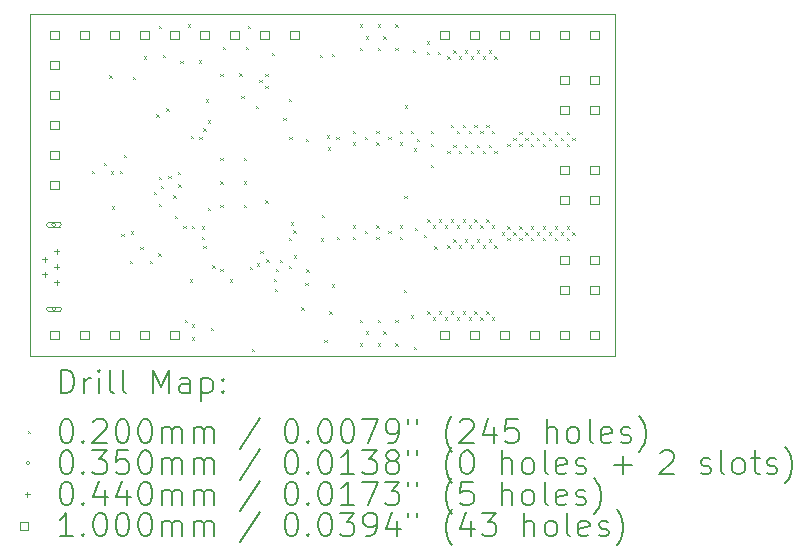
<source format=gbr>
%TF.GenerationSoftware,KiCad,Pcbnew,8.0.4+1*%
%TF.CreationDate,2024-10-07T15:19:18+00:00*%
%TF.ProjectId,xESC2,78455343-322e-46b6-9963-61645f706362,rev?*%
%TF.SameCoordinates,Original*%
%TF.FileFunction,Drillmap*%
%TF.FilePolarity,Positive*%
%FSLAX45Y45*%
G04 Gerber Fmt 4.5, Leading zero omitted, Abs format (unit mm)*
G04 Created by KiCad (PCBNEW 8.0.4+1) date 2024-10-07 15:19:18*
%MOMM*%
%LPD*%
G01*
G04 APERTURE LIST*
%ADD10C,0.050000*%
%ADD11C,0.200000*%
%ADD12C,0.100000*%
G04 APERTURE END LIST*
D10*
X22900000Y-10390000D02*
X27850000Y-10390000D01*
X27850000Y-10390000D02*
X27850000Y-13290000D01*
X22900000Y-13290000D02*
X22900000Y-10390000D01*
X27850000Y-13290000D02*
X22900000Y-13290000D01*
D11*
D12*
X23420000Y-11720000D02*
X23440000Y-11740000D01*
X23440000Y-11720000D02*
X23420000Y-11740000D01*
X23520000Y-11649999D02*
X23540000Y-11669999D01*
X23540000Y-11649999D02*
X23520000Y-11669999D01*
X23570000Y-10910000D02*
X23590000Y-10930000D01*
X23590000Y-10910000D02*
X23570000Y-10930000D01*
X23582500Y-11725000D02*
X23602500Y-11745000D01*
X23602500Y-11725000D02*
X23582500Y-11745000D01*
X23590000Y-12020000D02*
X23610000Y-12040000D01*
X23610000Y-12020000D02*
X23590000Y-12040000D01*
X23660000Y-11717499D02*
X23680000Y-11737499D01*
X23680000Y-11717499D02*
X23660000Y-11737499D01*
X23670000Y-12255000D02*
X23690000Y-12275000D01*
X23690000Y-12255000D02*
X23670000Y-12275000D01*
X23690360Y-11586160D02*
X23710360Y-11606160D01*
X23710360Y-11586160D02*
X23690360Y-11606160D01*
X23740000Y-12480000D02*
X23760000Y-12500000D01*
X23760000Y-12480000D02*
X23740000Y-12500000D01*
X23751881Y-12231881D02*
X23771881Y-12251881D01*
X23771881Y-12231881D02*
X23751881Y-12251881D01*
X23768102Y-10925602D02*
X23788102Y-10945602D01*
X23788102Y-10925602D02*
X23768102Y-10945602D01*
X23832500Y-12365000D02*
X23852500Y-12385000D01*
X23852500Y-12365000D02*
X23832500Y-12385000D01*
X23860000Y-10750000D02*
X23880000Y-10770000D01*
X23880000Y-10750000D02*
X23860000Y-10770000D01*
X23910000Y-12480000D02*
X23930000Y-12500000D01*
X23930000Y-12480000D02*
X23910000Y-12500000D01*
X23946250Y-11896250D02*
X23966250Y-11916250D01*
X23966250Y-11896250D02*
X23946250Y-11916250D01*
X23967839Y-11241621D02*
X23987839Y-11261621D01*
X23987839Y-11241621D02*
X23967839Y-11261621D01*
X23982500Y-12420000D02*
X24002500Y-12440000D01*
X24002500Y-12420000D02*
X23982500Y-12440000D01*
X23985748Y-11770000D02*
X24005748Y-11790000D01*
X24005748Y-11770000D02*
X23985748Y-11790000D01*
X23987500Y-11997500D02*
X24007500Y-12017500D01*
X24007500Y-11997500D02*
X23987500Y-12017500D01*
X23990000Y-10490000D02*
X24010000Y-10510000D01*
X24010000Y-10490000D02*
X23990000Y-10510000D01*
X24004732Y-11849506D02*
X24024732Y-11869506D01*
X24024732Y-11849506D02*
X24004732Y-11869506D01*
X24020000Y-10740000D02*
X24040000Y-10760000D01*
X24040000Y-10740000D02*
X24020000Y-10760000D01*
X24050000Y-11190000D02*
X24070000Y-11210000D01*
X24070000Y-11190000D02*
X24050000Y-11210000D01*
X24068849Y-11762912D02*
X24088849Y-11782912D01*
X24088849Y-11762912D02*
X24068849Y-11782912D01*
X24110950Y-11926894D02*
X24130950Y-11946894D01*
X24130950Y-11926894D02*
X24110950Y-11946894D01*
X24122500Y-12102500D02*
X24142500Y-12122500D01*
X24142500Y-12102500D02*
X24122500Y-12122500D01*
X24149761Y-11728024D02*
X24169761Y-11748024D01*
X24169761Y-11728024D02*
X24149761Y-11748024D01*
X24152500Y-11835000D02*
X24172500Y-11855000D01*
X24172500Y-11835000D02*
X24152500Y-11855000D01*
X24170000Y-10790000D02*
X24190000Y-10810000D01*
X24190000Y-10790000D02*
X24170000Y-10810000D01*
X24194388Y-12185626D02*
X24214388Y-12205626D01*
X24214388Y-12185626D02*
X24194388Y-12205626D01*
X24210000Y-12980000D02*
X24230000Y-13000000D01*
X24230000Y-12980000D02*
X24210000Y-13000000D01*
X24235000Y-10480000D02*
X24255000Y-10500000D01*
X24255000Y-10480000D02*
X24235000Y-10500000D01*
X24250000Y-12640001D02*
X24270000Y-12660001D01*
X24270000Y-12640001D02*
X24250000Y-12660001D01*
X24256250Y-11423750D02*
X24276250Y-11443750D01*
X24276250Y-11423750D02*
X24256250Y-11443750D01*
X24265000Y-12187500D02*
X24285000Y-12207500D01*
X24285000Y-12187500D02*
X24265000Y-12207500D01*
X24269999Y-13020000D02*
X24289999Y-13040000D01*
X24289999Y-13020000D02*
X24269999Y-13040000D01*
X24270000Y-13130000D02*
X24290000Y-13150000D01*
X24290000Y-13130000D02*
X24270000Y-13150000D01*
X24325000Y-10785000D02*
X24345000Y-10805000D01*
X24345000Y-10785000D02*
X24325000Y-10805000D01*
X24330000Y-11430000D02*
X24350000Y-11450000D01*
X24350000Y-11430000D02*
X24330000Y-11450000D01*
X24349999Y-12189999D02*
X24369999Y-12209999D01*
X24369999Y-12189999D02*
X24349999Y-12209999D01*
X24351551Y-12280000D02*
X24371551Y-12300000D01*
X24371551Y-12280000D02*
X24351551Y-12300000D01*
X24365000Y-12352500D02*
X24385000Y-12372500D01*
X24385000Y-12352500D02*
X24365000Y-12372500D01*
X24365000Y-11360000D02*
X24385000Y-11380000D01*
X24385000Y-11360000D02*
X24365000Y-11380000D01*
X24387500Y-11114999D02*
X24407500Y-11134999D01*
X24407500Y-11114999D02*
X24387500Y-11134999D01*
X24402500Y-11291003D02*
X24422500Y-11311003D01*
X24422500Y-11291003D02*
X24402500Y-11311003D01*
X24405000Y-12035000D02*
X24425000Y-12055000D01*
X24425000Y-12035000D02*
X24405000Y-12055000D01*
X24430000Y-13050000D02*
X24450000Y-13070000D01*
X24450000Y-13050000D02*
X24430000Y-13070000D01*
X24440000Y-12520001D02*
X24460000Y-12540001D01*
X24460000Y-12520001D02*
X24440000Y-12540001D01*
X24510000Y-10900000D02*
X24530000Y-10920000D01*
X24530000Y-10900000D02*
X24510000Y-10920000D01*
X24510000Y-11610000D02*
X24530000Y-11630000D01*
X24530000Y-11610000D02*
X24510000Y-11630000D01*
X24510000Y-11810000D02*
X24530000Y-11830000D01*
X24530000Y-11810000D02*
X24510000Y-11830000D01*
X24510000Y-12010000D02*
X24530000Y-12030000D01*
X24530000Y-12010000D02*
X24510000Y-12030000D01*
X24510000Y-12550000D02*
X24530000Y-12570000D01*
X24530000Y-12550000D02*
X24510000Y-12570000D01*
X24527500Y-10672500D02*
X24547500Y-10692500D01*
X24547500Y-10672500D02*
X24527500Y-10692500D01*
X24590000Y-12640000D02*
X24610000Y-12660000D01*
X24610000Y-12640000D02*
X24590000Y-12660000D01*
X24670000Y-10894599D02*
X24690000Y-10914599D01*
X24690000Y-10894599D02*
X24670000Y-10914599D01*
X24687500Y-11083102D02*
X24707500Y-11103102D01*
X24707500Y-11083102D02*
X24687500Y-11103102D01*
X24710000Y-11610000D02*
X24730000Y-11630000D01*
X24730000Y-11610000D02*
X24710000Y-11630000D01*
X24710000Y-11810000D02*
X24730000Y-11830000D01*
X24730000Y-11810000D02*
X24710000Y-11830000D01*
X24710000Y-12010000D02*
X24730000Y-12030000D01*
X24730000Y-12010000D02*
X24710000Y-12030000D01*
X24722500Y-10667500D02*
X24742500Y-10687500D01*
X24742500Y-10667500D02*
X24722500Y-10687500D01*
X24742500Y-10490000D02*
X24762500Y-10510000D01*
X24762500Y-10490000D02*
X24742500Y-10510000D01*
X24756550Y-12534885D02*
X24776550Y-12554885D01*
X24776550Y-12534885D02*
X24756550Y-12554885D01*
X24775000Y-13225000D02*
X24795000Y-13245000D01*
X24795000Y-13225000D02*
X24775000Y-13245000D01*
X24810000Y-11170000D02*
X24830000Y-11190000D01*
X24830000Y-11170000D02*
X24810000Y-11190000D01*
X24819051Y-12502863D02*
X24839051Y-12522863D01*
X24839051Y-12502863D02*
X24819051Y-12522863D01*
X24840000Y-10950000D02*
X24860000Y-10970000D01*
X24860000Y-10950000D02*
X24840000Y-10970000D01*
X24848133Y-12397862D02*
X24868133Y-12417862D01*
X24868133Y-12397862D02*
X24848133Y-12417862D01*
X24890000Y-10900000D02*
X24910000Y-10920000D01*
X24910000Y-10900000D02*
X24890000Y-10920000D01*
X24890000Y-11000000D02*
X24910000Y-11020000D01*
X24910000Y-11000000D02*
X24890000Y-11020000D01*
X24890000Y-11970000D02*
X24910000Y-11990000D01*
X24910000Y-11970000D02*
X24890000Y-11990000D01*
X24896823Y-12469415D02*
X24916823Y-12489415D01*
X24916823Y-12469415D02*
X24896823Y-12489415D01*
X24945000Y-10720000D02*
X24965000Y-10740000D01*
X24965000Y-10720000D02*
X24945000Y-10740000D01*
X24962500Y-12634799D02*
X24982500Y-12654799D01*
X24982500Y-12634799D02*
X24962500Y-12654799D01*
X24970000Y-12719999D02*
X24990000Y-12739999D01*
X24990000Y-12719999D02*
X24970000Y-12739999D01*
X24975866Y-12550612D02*
X24995866Y-12570612D01*
X24995866Y-12550612D02*
X24975866Y-12570612D01*
X25013994Y-12471701D02*
X25033994Y-12491701D01*
X25033994Y-12471701D02*
X25013994Y-12491701D01*
X25042500Y-11270000D02*
X25062500Y-11290000D01*
X25062500Y-11270000D02*
X25042500Y-11290000D01*
X25087500Y-12287500D02*
X25107500Y-12307500D01*
X25107500Y-12287500D02*
X25087500Y-12307500D01*
X25087500Y-12524964D02*
X25107500Y-12544964D01*
X25107500Y-12524964D02*
X25087500Y-12544964D01*
X25087500Y-11110000D02*
X25107500Y-11130000D01*
X25107500Y-11110000D02*
X25087500Y-11130000D01*
X25094142Y-11431085D02*
X25114142Y-11451085D01*
X25114142Y-11431085D02*
X25094142Y-11451085D01*
X25105548Y-12156545D02*
X25125548Y-12176545D01*
X25125548Y-12156545D02*
X25105548Y-12176545D01*
X25127500Y-12225000D02*
X25147500Y-12245000D01*
X25147500Y-12225000D02*
X25127500Y-12245000D01*
X25133450Y-12436772D02*
X25153450Y-12456772D01*
X25153450Y-12436772D02*
X25133450Y-12456772D01*
X25195000Y-12875000D02*
X25215000Y-12895000D01*
X25215000Y-12875000D02*
X25195000Y-12895000D01*
X25229234Y-12668266D02*
X25249234Y-12688266D01*
X25249234Y-12668266D02*
X25229234Y-12688266D01*
X25232501Y-11450000D02*
X25252501Y-11470000D01*
X25252501Y-11450000D02*
X25232501Y-11470000D01*
X25237500Y-12555000D02*
X25257500Y-12575000D01*
X25257500Y-12555000D02*
X25237500Y-12575000D01*
X25350000Y-10740000D02*
X25370000Y-10760000D01*
X25370000Y-10740000D02*
X25350000Y-10760000D01*
X25358449Y-12290561D02*
X25378449Y-12310561D01*
X25378449Y-12290561D02*
X25358449Y-12310561D01*
X25370000Y-12090000D02*
X25390000Y-12110000D01*
X25390000Y-12090000D02*
X25370000Y-12110000D01*
X25390000Y-13150000D02*
X25410000Y-13170000D01*
X25410000Y-13150000D02*
X25390000Y-13170000D01*
X25410000Y-11420000D02*
X25430000Y-11440000D01*
X25430000Y-11420000D02*
X25410000Y-11440000D01*
X25420000Y-11520000D02*
X25440000Y-11540000D01*
X25440000Y-11520000D02*
X25420000Y-11540000D01*
X25430000Y-12910000D02*
X25450000Y-12930000D01*
X25450000Y-12910000D02*
X25430000Y-12930000D01*
X25450000Y-10730000D02*
X25470000Y-10750000D01*
X25470000Y-10730000D02*
X25450000Y-10750000D01*
X25455000Y-12680000D02*
X25475000Y-12700000D01*
X25475000Y-12680000D02*
X25455000Y-12700000D01*
X25490000Y-11430000D02*
X25510000Y-11450000D01*
X25510000Y-11430000D02*
X25490000Y-11450000D01*
X25495000Y-12280000D02*
X25515000Y-12300000D01*
X25515000Y-12280000D02*
X25495000Y-12300000D01*
X25630000Y-11380000D02*
X25650000Y-11400000D01*
X25650000Y-11380000D02*
X25630000Y-11400000D01*
X25630000Y-11480000D02*
X25650000Y-11500000D01*
X25650000Y-11480000D02*
X25630000Y-11500000D01*
X25630000Y-12180000D02*
X25650000Y-12200000D01*
X25650000Y-12180000D02*
X25630000Y-12200000D01*
X25630000Y-12280000D02*
X25650000Y-12300000D01*
X25650000Y-12280000D02*
X25630000Y-12300000D01*
X25690000Y-10480201D02*
X25710000Y-10500201D01*
X25710000Y-10480201D02*
X25690000Y-10500201D01*
X25690000Y-10680000D02*
X25710000Y-10700000D01*
X25710000Y-10680000D02*
X25690000Y-10700000D01*
X25690000Y-12980000D02*
X25710000Y-13000000D01*
X25710000Y-12980000D02*
X25690000Y-13000000D01*
X25690000Y-13180000D02*
X25710000Y-13200000D01*
X25710000Y-13180000D02*
X25690000Y-13200000D01*
X25730000Y-11430000D02*
X25750000Y-11450000D01*
X25750000Y-11430000D02*
X25730000Y-11450000D01*
X25730000Y-12230000D02*
X25750000Y-12250000D01*
X25750000Y-12230000D02*
X25730000Y-12250000D01*
X25740000Y-10580000D02*
X25760000Y-10600000D01*
X25760000Y-10580000D02*
X25740000Y-10600000D01*
X25740000Y-13080000D02*
X25760000Y-13100000D01*
X25760000Y-13080000D02*
X25740000Y-13100000D01*
X25830000Y-11380000D02*
X25850000Y-11400000D01*
X25850000Y-11380000D02*
X25830000Y-11400000D01*
X25830000Y-11480000D02*
X25850000Y-11500000D01*
X25850000Y-11480000D02*
X25830000Y-11500000D01*
X25830000Y-12180000D02*
X25850000Y-12200000D01*
X25850000Y-12180000D02*
X25830000Y-12200000D01*
X25830000Y-12280000D02*
X25850000Y-12300000D01*
X25850000Y-12280000D02*
X25830000Y-12300000D01*
X25840000Y-10480000D02*
X25860000Y-10500000D01*
X25860000Y-10480000D02*
X25840000Y-10500000D01*
X25840000Y-10680000D02*
X25860000Y-10700000D01*
X25860000Y-10680000D02*
X25840000Y-10700000D01*
X25840000Y-12980000D02*
X25860000Y-13000000D01*
X25860000Y-12980000D02*
X25840000Y-13000000D01*
X25840000Y-13180000D02*
X25860000Y-13200000D01*
X25860000Y-13180000D02*
X25840000Y-13200000D01*
X25890000Y-10580000D02*
X25910000Y-10600000D01*
X25910000Y-10580000D02*
X25890000Y-10600000D01*
X25890000Y-13080000D02*
X25910000Y-13100000D01*
X25910000Y-13080000D02*
X25890000Y-13100000D01*
X25930000Y-11430000D02*
X25950000Y-11450000D01*
X25950000Y-11430000D02*
X25930000Y-11450000D01*
X25930000Y-12230000D02*
X25950000Y-12250000D01*
X25950000Y-12230000D02*
X25930000Y-12250000D01*
X25990000Y-10480000D02*
X26010000Y-10500000D01*
X26010000Y-10480000D02*
X25990000Y-10500000D01*
X25990000Y-10680000D02*
X26010000Y-10700000D01*
X26010000Y-10680000D02*
X25990000Y-10700000D01*
X25990000Y-12980000D02*
X26010000Y-13000000D01*
X26010000Y-12980000D02*
X25990000Y-13000000D01*
X25990000Y-13180000D02*
X26010000Y-13200000D01*
X26010000Y-13180000D02*
X25990000Y-13200000D01*
X26030000Y-11380000D02*
X26050000Y-11400000D01*
X26050000Y-11380000D02*
X26030000Y-11400000D01*
X26030000Y-11480000D02*
X26050000Y-11500000D01*
X26050000Y-11480000D02*
X26030000Y-11500000D01*
X26030000Y-12180000D02*
X26050000Y-12200000D01*
X26050000Y-12180000D02*
X26030000Y-12200000D01*
X26030000Y-12280000D02*
X26050000Y-12300000D01*
X26050000Y-12280000D02*
X26030000Y-12300000D01*
X26060949Y-12730000D02*
X26080949Y-12750000D01*
X26080949Y-12730000D02*
X26060949Y-12750000D01*
X26067500Y-11932500D02*
X26087500Y-11952500D01*
X26087500Y-11932500D02*
X26067500Y-11952500D01*
X26072261Y-11164452D02*
X26092261Y-11184452D01*
X26092261Y-11164452D02*
X26072261Y-11184452D01*
X26119998Y-11380000D02*
X26139998Y-11400000D01*
X26139998Y-11380000D02*
X26119998Y-11400000D01*
X26120000Y-12945000D02*
X26140000Y-12965000D01*
X26140000Y-12945000D02*
X26120000Y-12965000D01*
X26138119Y-10698119D02*
X26158119Y-10718119D01*
X26158119Y-10698119D02*
X26138119Y-10718119D01*
X26145000Y-13207500D02*
X26165000Y-13227500D01*
X26165000Y-13207500D02*
X26145000Y-13227500D01*
X26145631Y-11529518D02*
X26165631Y-11549518D01*
X26165631Y-11529518D02*
X26145631Y-11549518D01*
X26157500Y-12205000D02*
X26177500Y-12225000D01*
X26177500Y-12205000D02*
X26157500Y-12225000D01*
X26172502Y-11447500D02*
X26192502Y-11467500D01*
X26192502Y-11447500D02*
X26172502Y-11467500D01*
X26230000Y-12260000D02*
X26250000Y-12280000D01*
X26250000Y-12260000D02*
X26230000Y-12280000D01*
X26254998Y-10624998D02*
X26274998Y-10644998D01*
X26274998Y-10624998D02*
X26254998Y-10644998D01*
X26257500Y-10715000D02*
X26277500Y-10735000D01*
X26277500Y-10715000D02*
X26257500Y-10735000D01*
X26260000Y-12130000D02*
X26280000Y-12150000D01*
X26280000Y-12130000D02*
X26260000Y-12150000D01*
X26260000Y-12910000D02*
X26280000Y-12930000D01*
X26280000Y-12910000D02*
X26260000Y-12930000D01*
X26290000Y-11380000D02*
X26310000Y-11400000D01*
X26310000Y-11380000D02*
X26290000Y-11400000D01*
X26290000Y-11492501D02*
X26310000Y-11512501D01*
X26310000Y-11492501D02*
X26290000Y-11512501D01*
X26290000Y-11670000D02*
X26310000Y-11690000D01*
X26310000Y-11670000D02*
X26290000Y-11690000D01*
X26310000Y-12180000D02*
X26330000Y-12200000D01*
X26330000Y-12180000D02*
X26310000Y-12200000D01*
X26310000Y-12960000D02*
X26330000Y-12980000D01*
X26330000Y-12960000D02*
X26310000Y-12980000D01*
X26320000Y-12360000D02*
X26340000Y-12380000D01*
X26340000Y-12360000D02*
X26320000Y-12380000D01*
X26352500Y-10710000D02*
X26372500Y-10730000D01*
X26372500Y-10710000D02*
X26352500Y-10730000D01*
X26360000Y-12130000D02*
X26380000Y-12150000D01*
X26380000Y-12130000D02*
X26360000Y-12150000D01*
X26360000Y-12910000D02*
X26380000Y-12930000D01*
X26380000Y-12910000D02*
X26360000Y-12930000D01*
X26410000Y-12180000D02*
X26430000Y-12200000D01*
X26430000Y-12180000D02*
X26410000Y-12200000D01*
X26410000Y-12960000D02*
X26430000Y-12980000D01*
X26430000Y-12960000D02*
X26410000Y-12980000D01*
X26430000Y-10750000D02*
X26450000Y-10770000D01*
X26450000Y-10750000D02*
X26430000Y-10770000D01*
X26430000Y-11550000D02*
X26450000Y-11570000D01*
X26450000Y-11550000D02*
X26430000Y-11570000D01*
X26430000Y-12350000D02*
X26450000Y-12370000D01*
X26450000Y-12350000D02*
X26430000Y-12370000D01*
X26460000Y-11330000D02*
X26480000Y-11350000D01*
X26480000Y-11330000D02*
X26460000Y-11350000D01*
X26460000Y-12130000D02*
X26480000Y-12150000D01*
X26480000Y-12130000D02*
X26460000Y-12150000D01*
X26460000Y-12910000D02*
X26480000Y-12930000D01*
X26480000Y-12910000D02*
X26460000Y-12930000D01*
X26480000Y-10700000D02*
X26500000Y-10720000D01*
X26500000Y-10700000D02*
X26480000Y-10720000D01*
X26480000Y-11500000D02*
X26500000Y-11520000D01*
X26500000Y-11500000D02*
X26480000Y-11520000D01*
X26480000Y-12300000D02*
X26500000Y-12320000D01*
X26500000Y-12300000D02*
X26480000Y-12320000D01*
X26510000Y-11380000D02*
X26530000Y-11400000D01*
X26530000Y-11380000D02*
X26510000Y-11400000D01*
X26510000Y-12180000D02*
X26530000Y-12200000D01*
X26530000Y-12180000D02*
X26510000Y-12200000D01*
X26510000Y-12960000D02*
X26530000Y-12980000D01*
X26530000Y-12960000D02*
X26510000Y-12980000D01*
X26530000Y-10750000D02*
X26550000Y-10770000D01*
X26550000Y-10750000D02*
X26530000Y-10770000D01*
X26530000Y-11550000D02*
X26550000Y-11570000D01*
X26550000Y-11550000D02*
X26530000Y-11570000D01*
X26530000Y-12350000D02*
X26550000Y-12370000D01*
X26550000Y-12350000D02*
X26530000Y-12370000D01*
X26560000Y-11330000D02*
X26580000Y-11350000D01*
X26580000Y-11330000D02*
X26560000Y-11350000D01*
X26560000Y-12130000D02*
X26580000Y-12150000D01*
X26580000Y-12130000D02*
X26560000Y-12150000D01*
X26560000Y-12910000D02*
X26580000Y-12930000D01*
X26580000Y-12910000D02*
X26560000Y-12930000D01*
X26580000Y-10700000D02*
X26600000Y-10720000D01*
X26600000Y-10700000D02*
X26580000Y-10720000D01*
X26580000Y-11500000D02*
X26600000Y-11520000D01*
X26600000Y-11500000D02*
X26580000Y-11520000D01*
X26580000Y-12300000D02*
X26600000Y-12320000D01*
X26600000Y-12300000D02*
X26580000Y-12320000D01*
X26610000Y-11380000D02*
X26630000Y-11400000D01*
X26630000Y-11380000D02*
X26610000Y-11400000D01*
X26610000Y-12180000D02*
X26630000Y-12200000D01*
X26630000Y-12180000D02*
X26610000Y-12200000D01*
X26610000Y-12960000D02*
X26630000Y-12980000D01*
X26630000Y-12960000D02*
X26610000Y-12980000D01*
X26630000Y-10750000D02*
X26650000Y-10770000D01*
X26650000Y-10750000D02*
X26630000Y-10770000D01*
X26630000Y-11550000D02*
X26650000Y-11570000D01*
X26650000Y-11550000D02*
X26630000Y-11570000D01*
X26630000Y-12350000D02*
X26650000Y-12370000D01*
X26650000Y-12350000D02*
X26630000Y-12370000D01*
X26660000Y-11330000D02*
X26680000Y-11350000D01*
X26680000Y-11330000D02*
X26660000Y-11350000D01*
X26660000Y-12130000D02*
X26680000Y-12150000D01*
X26680000Y-12130000D02*
X26660000Y-12150000D01*
X26660000Y-12910000D02*
X26680000Y-12930000D01*
X26680000Y-12910000D02*
X26660000Y-12930000D01*
X26680000Y-10700000D02*
X26700000Y-10720000D01*
X26700000Y-10700000D02*
X26680000Y-10720000D01*
X26680000Y-11500000D02*
X26700000Y-11520000D01*
X26700000Y-11500000D02*
X26680000Y-11520000D01*
X26680000Y-12300000D02*
X26700000Y-12320000D01*
X26700000Y-12300000D02*
X26680000Y-12320000D01*
X26710000Y-11380000D02*
X26730000Y-11400000D01*
X26730000Y-11380000D02*
X26710000Y-11400000D01*
X26710000Y-12180000D02*
X26730000Y-12200000D01*
X26730000Y-12180000D02*
X26710000Y-12200000D01*
X26710000Y-12960000D02*
X26730000Y-12980000D01*
X26730000Y-12960000D02*
X26710000Y-12980000D01*
X26730000Y-10750000D02*
X26750000Y-10770000D01*
X26750000Y-10750000D02*
X26730000Y-10770000D01*
X26730000Y-11550000D02*
X26750000Y-11570000D01*
X26750000Y-11550000D02*
X26730000Y-11570000D01*
X26730000Y-12350000D02*
X26750000Y-12370000D01*
X26750000Y-12350000D02*
X26730000Y-12370000D01*
X26760000Y-11330000D02*
X26780000Y-11350000D01*
X26780000Y-11330000D02*
X26760000Y-11350000D01*
X26760000Y-12130000D02*
X26780000Y-12150000D01*
X26780000Y-12130000D02*
X26760000Y-12150000D01*
X26760000Y-12910000D02*
X26780000Y-12930000D01*
X26780000Y-12910000D02*
X26760000Y-12930000D01*
X26780000Y-10700000D02*
X26800000Y-10720000D01*
X26800000Y-10700000D02*
X26780000Y-10720000D01*
X26780000Y-11500000D02*
X26800000Y-11520000D01*
X26800000Y-11500000D02*
X26780000Y-11520000D01*
X26780000Y-12300000D02*
X26800000Y-12320000D01*
X26800000Y-12300000D02*
X26780000Y-12320000D01*
X26810000Y-11380000D02*
X26830000Y-11400000D01*
X26830000Y-11380000D02*
X26810000Y-11400000D01*
X26810000Y-12180000D02*
X26830000Y-12200000D01*
X26830000Y-12180000D02*
X26810000Y-12200000D01*
X26810000Y-12960000D02*
X26830000Y-12980000D01*
X26830000Y-12960000D02*
X26810000Y-12980000D01*
X26830000Y-10750000D02*
X26850000Y-10770000D01*
X26850000Y-10750000D02*
X26830000Y-10770000D01*
X26830000Y-11550000D02*
X26850000Y-11570000D01*
X26850000Y-11550000D02*
X26830000Y-11570000D01*
X26830000Y-12350000D02*
X26850000Y-12370000D01*
X26850000Y-12350000D02*
X26830000Y-12370000D01*
X26890000Y-12240000D02*
X26910000Y-12260000D01*
X26910000Y-12240000D02*
X26890000Y-12260000D01*
X26940000Y-11490000D02*
X26960000Y-11510000D01*
X26960000Y-11490000D02*
X26940000Y-11510000D01*
X26940000Y-12190000D02*
X26960000Y-12210000D01*
X26960000Y-12190000D02*
X26940000Y-12210000D01*
X26940000Y-12290000D02*
X26960000Y-12310000D01*
X26960000Y-12290000D02*
X26940000Y-12310000D01*
X26990000Y-11440000D02*
X27010000Y-11460000D01*
X27010000Y-11440000D02*
X26990000Y-11460000D01*
X26990000Y-12240000D02*
X27010000Y-12260000D01*
X27010000Y-12240000D02*
X26990000Y-12260000D01*
X27040000Y-11390000D02*
X27060000Y-11410000D01*
X27060000Y-11390000D02*
X27040000Y-11410000D01*
X27040000Y-11490000D02*
X27060000Y-11510000D01*
X27060000Y-11490000D02*
X27040000Y-11510000D01*
X27040000Y-12190000D02*
X27060000Y-12210000D01*
X27060000Y-12190000D02*
X27040000Y-12210000D01*
X27040000Y-12290000D02*
X27060000Y-12310000D01*
X27060000Y-12290000D02*
X27040000Y-12310000D01*
X27090000Y-11440000D02*
X27110000Y-11460000D01*
X27110000Y-11440000D02*
X27090000Y-11460000D01*
X27090000Y-12240000D02*
X27110000Y-12260000D01*
X27110000Y-12240000D02*
X27090000Y-12260000D01*
X27140000Y-11390000D02*
X27160000Y-11410000D01*
X27160000Y-11390000D02*
X27140000Y-11410000D01*
X27140000Y-11490000D02*
X27160000Y-11510000D01*
X27160000Y-11490000D02*
X27140000Y-11510000D01*
X27140000Y-12190000D02*
X27160000Y-12210000D01*
X27160000Y-12190000D02*
X27140000Y-12210000D01*
X27140000Y-12290000D02*
X27160000Y-12310000D01*
X27160000Y-12290000D02*
X27140000Y-12310000D01*
X27190000Y-11440000D02*
X27210000Y-11460000D01*
X27210000Y-11440000D02*
X27190000Y-11460000D01*
X27190000Y-12240000D02*
X27210000Y-12260000D01*
X27210000Y-12240000D02*
X27190000Y-12260000D01*
X27240000Y-11390000D02*
X27260000Y-11410000D01*
X27260000Y-11390000D02*
X27240000Y-11410000D01*
X27240000Y-11490000D02*
X27260000Y-11510000D01*
X27260000Y-11490000D02*
X27240000Y-11510000D01*
X27240000Y-12190000D02*
X27260000Y-12210000D01*
X27260000Y-12190000D02*
X27240000Y-12210000D01*
X27240000Y-12290000D02*
X27260000Y-12310000D01*
X27260000Y-12290000D02*
X27240000Y-12310000D01*
X27290000Y-11440000D02*
X27310000Y-11460000D01*
X27310000Y-11440000D02*
X27290000Y-11460000D01*
X27290000Y-12240000D02*
X27310000Y-12260000D01*
X27310000Y-12240000D02*
X27290000Y-12260000D01*
X27340000Y-11390000D02*
X27360000Y-11410000D01*
X27360000Y-11390000D02*
X27340000Y-11410000D01*
X27340000Y-11490000D02*
X27360000Y-11510000D01*
X27360000Y-11490000D02*
X27340000Y-11510000D01*
X27340000Y-12190000D02*
X27360000Y-12210000D01*
X27360000Y-12190000D02*
X27340000Y-12210000D01*
X27340000Y-12290000D02*
X27360000Y-12310000D01*
X27360000Y-12290000D02*
X27340000Y-12310000D01*
X27390000Y-11440000D02*
X27410000Y-11460000D01*
X27410000Y-11440000D02*
X27390000Y-11460000D01*
X27390000Y-12240000D02*
X27410000Y-12260000D01*
X27410000Y-12240000D02*
X27390000Y-12260000D01*
X27440000Y-11390000D02*
X27460000Y-11410000D01*
X27460000Y-11390000D02*
X27440000Y-11410000D01*
X27440000Y-11490000D02*
X27460000Y-11510000D01*
X27460000Y-11490000D02*
X27440000Y-11510000D01*
X27440000Y-12190000D02*
X27460000Y-12210000D01*
X27460000Y-12190000D02*
X27440000Y-12210000D01*
X27440000Y-12290000D02*
X27460000Y-12310000D01*
X27460000Y-12290000D02*
X27440000Y-12310000D01*
X27490000Y-11440000D02*
X27510000Y-11460000D01*
X27510000Y-11440000D02*
X27490000Y-11460000D01*
X27490000Y-12240000D02*
X27510000Y-12260000D01*
X27510000Y-12240000D02*
X27490000Y-12260000D01*
X23117500Y-12175000D02*
G75*
G02*
X23082500Y-12175000I-17500J0D01*
G01*
X23082500Y-12175000D02*
G75*
G02*
X23117500Y-12175000I17500J0D01*
G01*
X23150000Y-12157500D02*
X23050000Y-12157500D01*
X23050000Y-12192500D02*
G75*
G02*
X23050000Y-12157500I0J17500D01*
G01*
X23050000Y-12192500D02*
X23150000Y-12192500D01*
X23150000Y-12192500D02*
G75*
G03*
X23150000Y-12157500I0J17500D01*
G01*
X23117500Y-12890000D02*
G75*
G02*
X23082500Y-12890000I-17500J0D01*
G01*
X23082500Y-12890000D02*
G75*
G02*
X23117500Y-12890000I17500J0D01*
G01*
X23150000Y-12872500D02*
X23050000Y-12872500D01*
X23050000Y-12907500D02*
G75*
G02*
X23050000Y-12872500I0J17500D01*
G01*
X23050000Y-12907500D02*
X23150000Y-12907500D01*
X23150000Y-12907500D02*
G75*
G03*
X23150000Y-12872500I0J17500D01*
G01*
X23022000Y-12445500D02*
X23022000Y-12489500D01*
X23000000Y-12467500D02*
X23044000Y-12467500D01*
X23022000Y-12575500D02*
X23022000Y-12619500D01*
X23000000Y-12597500D02*
X23044000Y-12597500D01*
X23122000Y-12380500D02*
X23122000Y-12424500D01*
X23100000Y-12402500D02*
X23144000Y-12402500D01*
X23122000Y-12510500D02*
X23122000Y-12554500D01*
X23100000Y-12532500D02*
X23144000Y-12532500D01*
X23122000Y-12640500D02*
X23122000Y-12684500D01*
X23100000Y-12662500D02*
X23144000Y-12662500D01*
X23141356Y-10605356D02*
X23141356Y-10534644D01*
X23070644Y-10534644D01*
X23070644Y-10605356D01*
X23141356Y-10605356D01*
X23141356Y-10859356D02*
X23141356Y-10788644D01*
X23070644Y-10788644D01*
X23070644Y-10859356D01*
X23141356Y-10859356D01*
X23141356Y-11113356D02*
X23141356Y-11042644D01*
X23070644Y-11042644D01*
X23070644Y-11113356D01*
X23141356Y-11113356D01*
X23141356Y-11367356D02*
X23141356Y-11296644D01*
X23070644Y-11296644D01*
X23070644Y-11367356D01*
X23141356Y-11367356D01*
X23141356Y-11621356D02*
X23141356Y-11550644D01*
X23070644Y-11550644D01*
X23070644Y-11621356D01*
X23141356Y-11621356D01*
X23141356Y-11875356D02*
X23141356Y-11804644D01*
X23070644Y-11804644D01*
X23070644Y-11875356D01*
X23141356Y-11875356D01*
X23141356Y-13145356D02*
X23141356Y-13074644D01*
X23070644Y-13074644D01*
X23070644Y-13145356D01*
X23141356Y-13145356D01*
X23395356Y-10605356D02*
X23395356Y-10534644D01*
X23324644Y-10534644D01*
X23324644Y-10605356D01*
X23395356Y-10605356D01*
X23395356Y-13145356D02*
X23395356Y-13074644D01*
X23324644Y-13074644D01*
X23324644Y-13145356D01*
X23395356Y-13145356D01*
X23649356Y-10605356D02*
X23649356Y-10534644D01*
X23578644Y-10534644D01*
X23578644Y-10605356D01*
X23649356Y-10605356D01*
X23649356Y-13145356D02*
X23649356Y-13074644D01*
X23578644Y-13074644D01*
X23578644Y-13145356D01*
X23649356Y-13145356D01*
X23903356Y-10605356D02*
X23903356Y-10534644D01*
X23832644Y-10534644D01*
X23832644Y-10605356D01*
X23903356Y-10605356D01*
X23903356Y-13145356D02*
X23903356Y-13074644D01*
X23832644Y-13074644D01*
X23832644Y-13145356D01*
X23903356Y-13145356D01*
X24157356Y-10605356D02*
X24157356Y-10534644D01*
X24086644Y-10534644D01*
X24086644Y-10605356D01*
X24157356Y-10605356D01*
X24157356Y-13145356D02*
X24157356Y-13074644D01*
X24086644Y-13074644D01*
X24086644Y-13145356D01*
X24157356Y-13145356D01*
X24411356Y-10605356D02*
X24411356Y-10534644D01*
X24340644Y-10534644D01*
X24340644Y-10605356D01*
X24411356Y-10605356D01*
X24665356Y-10605356D02*
X24665356Y-10534644D01*
X24594644Y-10534644D01*
X24594644Y-10605356D01*
X24665356Y-10605356D01*
X24919356Y-10605356D02*
X24919356Y-10534644D01*
X24848644Y-10534644D01*
X24848644Y-10605356D01*
X24919356Y-10605356D01*
X25173356Y-10605356D02*
X25173356Y-10534644D01*
X25102644Y-10534644D01*
X25102644Y-10605356D01*
X25173356Y-10605356D01*
X26443356Y-10605356D02*
X26443356Y-10534644D01*
X26372644Y-10534644D01*
X26372644Y-10605356D01*
X26443356Y-10605356D01*
X26443356Y-13145356D02*
X26443356Y-13074644D01*
X26372644Y-13074644D01*
X26372644Y-13145356D01*
X26443356Y-13145356D01*
X26697356Y-10605356D02*
X26697356Y-10534644D01*
X26626644Y-10534644D01*
X26626644Y-10605356D01*
X26697356Y-10605356D01*
X26697356Y-13145356D02*
X26697356Y-13074644D01*
X26626644Y-13074644D01*
X26626644Y-13145356D01*
X26697356Y-13145356D01*
X26951356Y-10605356D02*
X26951356Y-10534644D01*
X26880644Y-10534644D01*
X26880644Y-10605356D01*
X26951356Y-10605356D01*
X26951356Y-13145356D02*
X26951356Y-13074644D01*
X26880644Y-13074644D01*
X26880644Y-13145356D01*
X26951356Y-13145356D01*
X27205356Y-10605356D02*
X27205356Y-10534644D01*
X27134644Y-10534644D01*
X27134644Y-10605356D01*
X27205356Y-10605356D01*
X27205356Y-13145356D02*
X27205356Y-13074644D01*
X27134644Y-13074644D01*
X27134644Y-13145356D01*
X27205356Y-13145356D01*
X27459356Y-10605356D02*
X27459356Y-10534644D01*
X27388644Y-10534644D01*
X27388644Y-10605356D01*
X27459356Y-10605356D01*
X27459356Y-10986356D02*
X27459356Y-10915644D01*
X27388644Y-10915644D01*
X27388644Y-10986356D01*
X27459356Y-10986356D01*
X27459356Y-11240356D02*
X27459356Y-11169644D01*
X27388644Y-11169644D01*
X27388644Y-11240356D01*
X27459356Y-11240356D01*
X27459356Y-11748356D02*
X27459356Y-11677644D01*
X27388644Y-11677644D01*
X27388644Y-11748356D01*
X27459356Y-11748356D01*
X27459356Y-12002356D02*
X27459356Y-11931644D01*
X27388644Y-11931644D01*
X27388644Y-12002356D01*
X27459356Y-12002356D01*
X27459356Y-12510356D02*
X27459356Y-12439644D01*
X27388644Y-12439644D01*
X27388644Y-12510356D01*
X27459356Y-12510356D01*
X27459356Y-12764356D02*
X27459356Y-12693644D01*
X27388644Y-12693644D01*
X27388644Y-12764356D01*
X27459356Y-12764356D01*
X27459356Y-13145356D02*
X27459356Y-13074644D01*
X27388644Y-13074644D01*
X27388644Y-13145356D01*
X27459356Y-13145356D01*
X27713356Y-10605356D02*
X27713356Y-10534644D01*
X27642644Y-10534644D01*
X27642644Y-10605356D01*
X27713356Y-10605356D01*
X27713356Y-10986356D02*
X27713356Y-10915644D01*
X27642644Y-10915644D01*
X27642644Y-10986356D01*
X27713356Y-10986356D01*
X27713356Y-11240356D02*
X27713356Y-11169644D01*
X27642644Y-11169644D01*
X27642644Y-11240356D01*
X27713356Y-11240356D01*
X27713356Y-11748356D02*
X27713356Y-11677644D01*
X27642644Y-11677644D01*
X27642644Y-11748356D01*
X27713356Y-11748356D01*
X27713356Y-12002356D02*
X27713356Y-11931644D01*
X27642644Y-11931644D01*
X27642644Y-12002356D01*
X27713356Y-12002356D01*
X27713356Y-12510356D02*
X27713356Y-12439644D01*
X27642644Y-12439644D01*
X27642644Y-12510356D01*
X27713356Y-12510356D01*
X27713356Y-12764356D02*
X27713356Y-12693644D01*
X27642644Y-12693644D01*
X27642644Y-12764356D01*
X27713356Y-12764356D01*
X27713356Y-13145356D02*
X27713356Y-13074644D01*
X27642644Y-13074644D01*
X27642644Y-13145356D01*
X27713356Y-13145356D01*
D11*
X23158277Y-13603984D02*
X23158277Y-13403984D01*
X23158277Y-13403984D02*
X23205896Y-13403984D01*
X23205896Y-13403984D02*
X23234467Y-13413508D01*
X23234467Y-13413508D02*
X23253515Y-13432555D01*
X23253515Y-13432555D02*
X23263039Y-13451603D01*
X23263039Y-13451603D02*
X23272562Y-13489698D01*
X23272562Y-13489698D02*
X23272562Y-13518269D01*
X23272562Y-13518269D02*
X23263039Y-13556365D01*
X23263039Y-13556365D02*
X23253515Y-13575412D01*
X23253515Y-13575412D02*
X23234467Y-13594460D01*
X23234467Y-13594460D02*
X23205896Y-13603984D01*
X23205896Y-13603984D02*
X23158277Y-13603984D01*
X23358277Y-13603984D02*
X23358277Y-13470650D01*
X23358277Y-13508746D02*
X23367801Y-13489698D01*
X23367801Y-13489698D02*
X23377324Y-13480174D01*
X23377324Y-13480174D02*
X23396372Y-13470650D01*
X23396372Y-13470650D02*
X23415420Y-13470650D01*
X23482086Y-13603984D02*
X23482086Y-13470650D01*
X23482086Y-13403984D02*
X23472562Y-13413508D01*
X23472562Y-13413508D02*
X23482086Y-13423031D01*
X23482086Y-13423031D02*
X23491610Y-13413508D01*
X23491610Y-13413508D02*
X23482086Y-13403984D01*
X23482086Y-13403984D02*
X23482086Y-13423031D01*
X23605896Y-13603984D02*
X23586848Y-13594460D01*
X23586848Y-13594460D02*
X23577324Y-13575412D01*
X23577324Y-13575412D02*
X23577324Y-13403984D01*
X23710658Y-13603984D02*
X23691610Y-13594460D01*
X23691610Y-13594460D02*
X23682086Y-13575412D01*
X23682086Y-13575412D02*
X23682086Y-13403984D01*
X23939229Y-13603984D02*
X23939229Y-13403984D01*
X23939229Y-13403984D02*
X24005896Y-13546841D01*
X24005896Y-13546841D02*
X24072562Y-13403984D01*
X24072562Y-13403984D02*
X24072562Y-13603984D01*
X24253515Y-13603984D02*
X24253515Y-13499222D01*
X24253515Y-13499222D02*
X24243991Y-13480174D01*
X24243991Y-13480174D02*
X24224943Y-13470650D01*
X24224943Y-13470650D02*
X24186848Y-13470650D01*
X24186848Y-13470650D02*
X24167801Y-13480174D01*
X24253515Y-13594460D02*
X24234467Y-13603984D01*
X24234467Y-13603984D02*
X24186848Y-13603984D01*
X24186848Y-13603984D02*
X24167801Y-13594460D01*
X24167801Y-13594460D02*
X24158277Y-13575412D01*
X24158277Y-13575412D02*
X24158277Y-13556365D01*
X24158277Y-13556365D02*
X24167801Y-13537317D01*
X24167801Y-13537317D02*
X24186848Y-13527793D01*
X24186848Y-13527793D02*
X24234467Y-13527793D01*
X24234467Y-13527793D02*
X24253515Y-13518269D01*
X24348753Y-13470650D02*
X24348753Y-13670650D01*
X24348753Y-13480174D02*
X24367801Y-13470650D01*
X24367801Y-13470650D02*
X24405896Y-13470650D01*
X24405896Y-13470650D02*
X24424943Y-13480174D01*
X24424943Y-13480174D02*
X24434467Y-13489698D01*
X24434467Y-13489698D02*
X24443991Y-13508746D01*
X24443991Y-13508746D02*
X24443991Y-13565888D01*
X24443991Y-13565888D02*
X24434467Y-13584936D01*
X24434467Y-13584936D02*
X24424943Y-13594460D01*
X24424943Y-13594460D02*
X24405896Y-13603984D01*
X24405896Y-13603984D02*
X24367801Y-13603984D01*
X24367801Y-13603984D02*
X24348753Y-13594460D01*
X24529705Y-13584936D02*
X24539229Y-13594460D01*
X24539229Y-13594460D02*
X24529705Y-13603984D01*
X24529705Y-13603984D02*
X24520182Y-13594460D01*
X24520182Y-13594460D02*
X24529705Y-13584936D01*
X24529705Y-13584936D02*
X24529705Y-13603984D01*
X24529705Y-13480174D02*
X24539229Y-13489698D01*
X24539229Y-13489698D02*
X24529705Y-13499222D01*
X24529705Y-13499222D02*
X24520182Y-13489698D01*
X24520182Y-13489698D02*
X24529705Y-13480174D01*
X24529705Y-13480174D02*
X24529705Y-13499222D01*
D12*
X22877500Y-13922500D02*
X22897500Y-13942500D01*
X22897500Y-13922500D02*
X22877500Y-13942500D01*
D11*
X23196372Y-13823984D02*
X23215420Y-13823984D01*
X23215420Y-13823984D02*
X23234467Y-13833508D01*
X23234467Y-13833508D02*
X23243991Y-13843031D01*
X23243991Y-13843031D02*
X23253515Y-13862079D01*
X23253515Y-13862079D02*
X23263039Y-13900174D01*
X23263039Y-13900174D02*
X23263039Y-13947793D01*
X23263039Y-13947793D02*
X23253515Y-13985888D01*
X23253515Y-13985888D02*
X23243991Y-14004936D01*
X23243991Y-14004936D02*
X23234467Y-14014460D01*
X23234467Y-14014460D02*
X23215420Y-14023984D01*
X23215420Y-14023984D02*
X23196372Y-14023984D01*
X23196372Y-14023984D02*
X23177324Y-14014460D01*
X23177324Y-14014460D02*
X23167801Y-14004936D01*
X23167801Y-14004936D02*
X23158277Y-13985888D01*
X23158277Y-13985888D02*
X23148753Y-13947793D01*
X23148753Y-13947793D02*
X23148753Y-13900174D01*
X23148753Y-13900174D02*
X23158277Y-13862079D01*
X23158277Y-13862079D02*
X23167801Y-13843031D01*
X23167801Y-13843031D02*
X23177324Y-13833508D01*
X23177324Y-13833508D02*
X23196372Y-13823984D01*
X23348753Y-14004936D02*
X23358277Y-14014460D01*
X23358277Y-14014460D02*
X23348753Y-14023984D01*
X23348753Y-14023984D02*
X23339229Y-14014460D01*
X23339229Y-14014460D02*
X23348753Y-14004936D01*
X23348753Y-14004936D02*
X23348753Y-14023984D01*
X23434467Y-13843031D02*
X23443991Y-13833508D01*
X23443991Y-13833508D02*
X23463039Y-13823984D01*
X23463039Y-13823984D02*
X23510658Y-13823984D01*
X23510658Y-13823984D02*
X23529705Y-13833508D01*
X23529705Y-13833508D02*
X23539229Y-13843031D01*
X23539229Y-13843031D02*
X23548753Y-13862079D01*
X23548753Y-13862079D02*
X23548753Y-13881127D01*
X23548753Y-13881127D02*
X23539229Y-13909698D01*
X23539229Y-13909698D02*
X23424943Y-14023984D01*
X23424943Y-14023984D02*
X23548753Y-14023984D01*
X23672562Y-13823984D02*
X23691610Y-13823984D01*
X23691610Y-13823984D02*
X23710658Y-13833508D01*
X23710658Y-13833508D02*
X23720182Y-13843031D01*
X23720182Y-13843031D02*
X23729705Y-13862079D01*
X23729705Y-13862079D02*
X23739229Y-13900174D01*
X23739229Y-13900174D02*
X23739229Y-13947793D01*
X23739229Y-13947793D02*
X23729705Y-13985888D01*
X23729705Y-13985888D02*
X23720182Y-14004936D01*
X23720182Y-14004936D02*
X23710658Y-14014460D01*
X23710658Y-14014460D02*
X23691610Y-14023984D01*
X23691610Y-14023984D02*
X23672562Y-14023984D01*
X23672562Y-14023984D02*
X23653515Y-14014460D01*
X23653515Y-14014460D02*
X23643991Y-14004936D01*
X23643991Y-14004936D02*
X23634467Y-13985888D01*
X23634467Y-13985888D02*
X23624943Y-13947793D01*
X23624943Y-13947793D02*
X23624943Y-13900174D01*
X23624943Y-13900174D02*
X23634467Y-13862079D01*
X23634467Y-13862079D02*
X23643991Y-13843031D01*
X23643991Y-13843031D02*
X23653515Y-13833508D01*
X23653515Y-13833508D02*
X23672562Y-13823984D01*
X23863039Y-13823984D02*
X23882086Y-13823984D01*
X23882086Y-13823984D02*
X23901134Y-13833508D01*
X23901134Y-13833508D02*
X23910658Y-13843031D01*
X23910658Y-13843031D02*
X23920182Y-13862079D01*
X23920182Y-13862079D02*
X23929705Y-13900174D01*
X23929705Y-13900174D02*
X23929705Y-13947793D01*
X23929705Y-13947793D02*
X23920182Y-13985888D01*
X23920182Y-13985888D02*
X23910658Y-14004936D01*
X23910658Y-14004936D02*
X23901134Y-14014460D01*
X23901134Y-14014460D02*
X23882086Y-14023984D01*
X23882086Y-14023984D02*
X23863039Y-14023984D01*
X23863039Y-14023984D02*
X23843991Y-14014460D01*
X23843991Y-14014460D02*
X23834467Y-14004936D01*
X23834467Y-14004936D02*
X23824943Y-13985888D01*
X23824943Y-13985888D02*
X23815420Y-13947793D01*
X23815420Y-13947793D02*
X23815420Y-13900174D01*
X23815420Y-13900174D02*
X23824943Y-13862079D01*
X23824943Y-13862079D02*
X23834467Y-13843031D01*
X23834467Y-13843031D02*
X23843991Y-13833508D01*
X23843991Y-13833508D02*
X23863039Y-13823984D01*
X24015420Y-14023984D02*
X24015420Y-13890650D01*
X24015420Y-13909698D02*
X24024943Y-13900174D01*
X24024943Y-13900174D02*
X24043991Y-13890650D01*
X24043991Y-13890650D02*
X24072563Y-13890650D01*
X24072563Y-13890650D02*
X24091610Y-13900174D01*
X24091610Y-13900174D02*
X24101134Y-13919222D01*
X24101134Y-13919222D02*
X24101134Y-14023984D01*
X24101134Y-13919222D02*
X24110658Y-13900174D01*
X24110658Y-13900174D02*
X24129705Y-13890650D01*
X24129705Y-13890650D02*
X24158277Y-13890650D01*
X24158277Y-13890650D02*
X24177324Y-13900174D01*
X24177324Y-13900174D02*
X24186848Y-13919222D01*
X24186848Y-13919222D02*
X24186848Y-14023984D01*
X24282086Y-14023984D02*
X24282086Y-13890650D01*
X24282086Y-13909698D02*
X24291610Y-13900174D01*
X24291610Y-13900174D02*
X24310658Y-13890650D01*
X24310658Y-13890650D02*
X24339229Y-13890650D01*
X24339229Y-13890650D02*
X24358277Y-13900174D01*
X24358277Y-13900174D02*
X24367801Y-13919222D01*
X24367801Y-13919222D02*
X24367801Y-14023984D01*
X24367801Y-13919222D02*
X24377324Y-13900174D01*
X24377324Y-13900174D02*
X24396372Y-13890650D01*
X24396372Y-13890650D02*
X24424943Y-13890650D01*
X24424943Y-13890650D02*
X24443991Y-13900174D01*
X24443991Y-13900174D02*
X24453515Y-13919222D01*
X24453515Y-13919222D02*
X24453515Y-14023984D01*
X24843991Y-13814460D02*
X24672563Y-14071603D01*
X25101134Y-13823984D02*
X25120182Y-13823984D01*
X25120182Y-13823984D02*
X25139229Y-13833508D01*
X25139229Y-13833508D02*
X25148753Y-13843031D01*
X25148753Y-13843031D02*
X25158277Y-13862079D01*
X25158277Y-13862079D02*
X25167801Y-13900174D01*
X25167801Y-13900174D02*
X25167801Y-13947793D01*
X25167801Y-13947793D02*
X25158277Y-13985888D01*
X25158277Y-13985888D02*
X25148753Y-14004936D01*
X25148753Y-14004936D02*
X25139229Y-14014460D01*
X25139229Y-14014460D02*
X25120182Y-14023984D01*
X25120182Y-14023984D02*
X25101134Y-14023984D01*
X25101134Y-14023984D02*
X25082086Y-14014460D01*
X25082086Y-14014460D02*
X25072563Y-14004936D01*
X25072563Y-14004936D02*
X25063039Y-13985888D01*
X25063039Y-13985888D02*
X25053515Y-13947793D01*
X25053515Y-13947793D02*
X25053515Y-13900174D01*
X25053515Y-13900174D02*
X25063039Y-13862079D01*
X25063039Y-13862079D02*
X25072563Y-13843031D01*
X25072563Y-13843031D02*
X25082086Y-13833508D01*
X25082086Y-13833508D02*
X25101134Y-13823984D01*
X25253515Y-14004936D02*
X25263039Y-14014460D01*
X25263039Y-14014460D02*
X25253515Y-14023984D01*
X25253515Y-14023984D02*
X25243991Y-14014460D01*
X25243991Y-14014460D02*
X25253515Y-14004936D01*
X25253515Y-14004936D02*
X25253515Y-14023984D01*
X25386848Y-13823984D02*
X25405896Y-13823984D01*
X25405896Y-13823984D02*
X25424944Y-13833508D01*
X25424944Y-13833508D02*
X25434467Y-13843031D01*
X25434467Y-13843031D02*
X25443991Y-13862079D01*
X25443991Y-13862079D02*
X25453515Y-13900174D01*
X25453515Y-13900174D02*
X25453515Y-13947793D01*
X25453515Y-13947793D02*
X25443991Y-13985888D01*
X25443991Y-13985888D02*
X25434467Y-14004936D01*
X25434467Y-14004936D02*
X25424944Y-14014460D01*
X25424944Y-14014460D02*
X25405896Y-14023984D01*
X25405896Y-14023984D02*
X25386848Y-14023984D01*
X25386848Y-14023984D02*
X25367801Y-14014460D01*
X25367801Y-14014460D02*
X25358277Y-14004936D01*
X25358277Y-14004936D02*
X25348753Y-13985888D01*
X25348753Y-13985888D02*
X25339229Y-13947793D01*
X25339229Y-13947793D02*
X25339229Y-13900174D01*
X25339229Y-13900174D02*
X25348753Y-13862079D01*
X25348753Y-13862079D02*
X25358277Y-13843031D01*
X25358277Y-13843031D02*
X25367801Y-13833508D01*
X25367801Y-13833508D02*
X25386848Y-13823984D01*
X25577325Y-13823984D02*
X25596372Y-13823984D01*
X25596372Y-13823984D02*
X25615420Y-13833508D01*
X25615420Y-13833508D02*
X25624944Y-13843031D01*
X25624944Y-13843031D02*
X25634467Y-13862079D01*
X25634467Y-13862079D02*
X25643991Y-13900174D01*
X25643991Y-13900174D02*
X25643991Y-13947793D01*
X25643991Y-13947793D02*
X25634467Y-13985888D01*
X25634467Y-13985888D02*
X25624944Y-14004936D01*
X25624944Y-14004936D02*
X25615420Y-14014460D01*
X25615420Y-14014460D02*
X25596372Y-14023984D01*
X25596372Y-14023984D02*
X25577325Y-14023984D01*
X25577325Y-14023984D02*
X25558277Y-14014460D01*
X25558277Y-14014460D02*
X25548753Y-14004936D01*
X25548753Y-14004936D02*
X25539229Y-13985888D01*
X25539229Y-13985888D02*
X25529706Y-13947793D01*
X25529706Y-13947793D02*
X25529706Y-13900174D01*
X25529706Y-13900174D02*
X25539229Y-13862079D01*
X25539229Y-13862079D02*
X25548753Y-13843031D01*
X25548753Y-13843031D02*
X25558277Y-13833508D01*
X25558277Y-13833508D02*
X25577325Y-13823984D01*
X25710658Y-13823984D02*
X25843991Y-13823984D01*
X25843991Y-13823984D02*
X25758277Y-14023984D01*
X25929706Y-14023984D02*
X25967801Y-14023984D01*
X25967801Y-14023984D02*
X25986848Y-14014460D01*
X25986848Y-14014460D02*
X25996372Y-14004936D01*
X25996372Y-14004936D02*
X26015420Y-13976365D01*
X26015420Y-13976365D02*
X26024944Y-13938269D01*
X26024944Y-13938269D02*
X26024944Y-13862079D01*
X26024944Y-13862079D02*
X26015420Y-13843031D01*
X26015420Y-13843031D02*
X26005896Y-13833508D01*
X26005896Y-13833508D02*
X25986848Y-13823984D01*
X25986848Y-13823984D02*
X25948753Y-13823984D01*
X25948753Y-13823984D02*
X25929706Y-13833508D01*
X25929706Y-13833508D02*
X25920182Y-13843031D01*
X25920182Y-13843031D02*
X25910658Y-13862079D01*
X25910658Y-13862079D02*
X25910658Y-13909698D01*
X25910658Y-13909698D02*
X25920182Y-13928746D01*
X25920182Y-13928746D02*
X25929706Y-13938269D01*
X25929706Y-13938269D02*
X25948753Y-13947793D01*
X25948753Y-13947793D02*
X25986848Y-13947793D01*
X25986848Y-13947793D02*
X26005896Y-13938269D01*
X26005896Y-13938269D02*
X26015420Y-13928746D01*
X26015420Y-13928746D02*
X26024944Y-13909698D01*
X26101134Y-13823984D02*
X26101134Y-13862079D01*
X26177325Y-13823984D02*
X26177325Y-13862079D01*
X26472563Y-14100174D02*
X26463039Y-14090650D01*
X26463039Y-14090650D02*
X26443991Y-14062079D01*
X26443991Y-14062079D02*
X26434468Y-14043031D01*
X26434468Y-14043031D02*
X26424944Y-14014460D01*
X26424944Y-14014460D02*
X26415420Y-13966841D01*
X26415420Y-13966841D02*
X26415420Y-13928746D01*
X26415420Y-13928746D02*
X26424944Y-13881127D01*
X26424944Y-13881127D02*
X26434468Y-13852555D01*
X26434468Y-13852555D02*
X26443991Y-13833508D01*
X26443991Y-13833508D02*
X26463039Y-13804936D01*
X26463039Y-13804936D02*
X26472563Y-13795412D01*
X26539229Y-13843031D02*
X26548753Y-13833508D01*
X26548753Y-13833508D02*
X26567801Y-13823984D01*
X26567801Y-13823984D02*
X26615420Y-13823984D01*
X26615420Y-13823984D02*
X26634468Y-13833508D01*
X26634468Y-13833508D02*
X26643991Y-13843031D01*
X26643991Y-13843031D02*
X26653515Y-13862079D01*
X26653515Y-13862079D02*
X26653515Y-13881127D01*
X26653515Y-13881127D02*
X26643991Y-13909698D01*
X26643991Y-13909698D02*
X26529706Y-14023984D01*
X26529706Y-14023984D02*
X26653515Y-14023984D01*
X26824944Y-13890650D02*
X26824944Y-14023984D01*
X26777325Y-13814460D02*
X26729706Y-13957317D01*
X26729706Y-13957317D02*
X26853515Y-13957317D01*
X27024944Y-13823984D02*
X26929706Y-13823984D01*
X26929706Y-13823984D02*
X26920182Y-13919222D01*
X26920182Y-13919222D02*
X26929706Y-13909698D01*
X26929706Y-13909698D02*
X26948753Y-13900174D01*
X26948753Y-13900174D02*
X26996372Y-13900174D01*
X26996372Y-13900174D02*
X27015420Y-13909698D01*
X27015420Y-13909698D02*
X27024944Y-13919222D01*
X27024944Y-13919222D02*
X27034468Y-13938269D01*
X27034468Y-13938269D02*
X27034468Y-13985888D01*
X27034468Y-13985888D02*
X27024944Y-14004936D01*
X27024944Y-14004936D02*
X27015420Y-14014460D01*
X27015420Y-14014460D02*
X26996372Y-14023984D01*
X26996372Y-14023984D02*
X26948753Y-14023984D01*
X26948753Y-14023984D02*
X26929706Y-14014460D01*
X26929706Y-14014460D02*
X26920182Y-14004936D01*
X27272563Y-14023984D02*
X27272563Y-13823984D01*
X27358277Y-14023984D02*
X27358277Y-13919222D01*
X27358277Y-13919222D02*
X27348753Y-13900174D01*
X27348753Y-13900174D02*
X27329706Y-13890650D01*
X27329706Y-13890650D02*
X27301134Y-13890650D01*
X27301134Y-13890650D02*
X27282087Y-13900174D01*
X27282087Y-13900174D02*
X27272563Y-13909698D01*
X27482087Y-14023984D02*
X27463039Y-14014460D01*
X27463039Y-14014460D02*
X27453515Y-14004936D01*
X27453515Y-14004936D02*
X27443991Y-13985888D01*
X27443991Y-13985888D02*
X27443991Y-13928746D01*
X27443991Y-13928746D02*
X27453515Y-13909698D01*
X27453515Y-13909698D02*
X27463039Y-13900174D01*
X27463039Y-13900174D02*
X27482087Y-13890650D01*
X27482087Y-13890650D02*
X27510658Y-13890650D01*
X27510658Y-13890650D02*
X27529706Y-13900174D01*
X27529706Y-13900174D02*
X27539230Y-13909698D01*
X27539230Y-13909698D02*
X27548753Y-13928746D01*
X27548753Y-13928746D02*
X27548753Y-13985888D01*
X27548753Y-13985888D02*
X27539230Y-14004936D01*
X27539230Y-14004936D02*
X27529706Y-14014460D01*
X27529706Y-14014460D02*
X27510658Y-14023984D01*
X27510658Y-14023984D02*
X27482087Y-14023984D01*
X27663039Y-14023984D02*
X27643991Y-14014460D01*
X27643991Y-14014460D02*
X27634468Y-13995412D01*
X27634468Y-13995412D02*
X27634468Y-13823984D01*
X27815420Y-14014460D02*
X27796372Y-14023984D01*
X27796372Y-14023984D02*
X27758277Y-14023984D01*
X27758277Y-14023984D02*
X27739230Y-14014460D01*
X27739230Y-14014460D02*
X27729706Y-13995412D01*
X27729706Y-13995412D02*
X27729706Y-13919222D01*
X27729706Y-13919222D02*
X27739230Y-13900174D01*
X27739230Y-13900174D02*
X27758277Y-13890650D01*
X27758277Y-13890650D02*
X27796372Y-13890650D01*
X27796372Y-13890650D02*
X27815420Y-13900174D01*
X27815420Y-13900174D02*
X27824944Y-13919222D01*
X27824944Y-13919222D02*
X27824944Y-13938269D01*
X27824944Y-13938269D02*
X27729706Y-13957317D01*
X27901134Y-14014460D02*
X27920182Y-14023984D01*
X27920182Y-14023984D02*
X27958277Y-14023984D01*
X27958277Y-14023984D02*
X27977325Y-14014460D01*
X27977325Y-14014460D02*
X27986849Y-13995412D01*
X27986849Y-13995412D02*
X27986849Y-13985888D01*
X27986849Y-13985888D02*
X27977325Y-13966841D01*
X27977325Y-13966841D02*
X27958277Y-13957317D01*
X27958277Y-13957317D02*
X27929706Y-13957317D01*
X27929706Y-13957317D02*
X27910658Y-13947793D01*
X27910658Y-13947793D02*
X27901134Y-13928746D01*
X27901134Y-13928746D02*
X27901134Y-13919222D01*
X27901134Y-13919222D02*
X27910658Y-13900174D01*
X27910658Y-13900174D02*
X27929706Y-13890650D01*
X27929706Y-13890650D02*
X27958277Y-13890650D01*
X27958277Y-13890650D02*
X27977325Y-13900174D01*
X28053515Y-14100174D02*
X28063039Y-14090650D01*
X28063039Y-14090650D02*
X28082087Y-14062079D01*
X28082087Y-14062079D02*
X28091611Y-14043031D01*
X28091611Y-14043031D02*
X28101134Y-14014460D01*
X28101134Y-14014460D02*
X28110658Y-13966841D01*
X28110658Y-13966841D02*
X28110658Y-13928746D01*
X28110658Y-13928746D02*
X28101134Y-13881127D01*
X28101134Y-13881127D02*
X28091611Y-13852555D01*
X28091611Y-13852555D02*
X28082087Y-13833508D01*
X28082087Y-13833508D02*
X28063039Y-13804936D01*
X28063039Y-13804936D02*
X28053515Y-13795412D01*
D12*
X22897500Y-14196500D02*
G75*
G02*
X22862500Y-14196500I-17500J0D01*
G01*
X22862500Y-14196500D02*
G75*
G02*
X22897500Y-14196500I17500J0D01*
G01*
D11*
X23196372Y-14087984D02*
X23215420Y-14087984D01*
X23215420Y-14087984D02*
X23234467Y-14097508D01*
X23234467Y-14097508D02*
X23243991Y-14107031D01*
X23243991Y-14107031D02*
X23253515Y-14126079D01*
X23253515Y-14126079D02*
X23263039Y-14164174D01*
X23263039Y-14164174D02*
X23263039Y-14211793D01*
X23263039Y-14211793D02*
X23253515Y-14249888D01*
X23253515Y-14249888D02*
X23243991Y-14268936D01*
X23243991Y-14268936D02*
X23234467Y-14278460D01*
X23234467Y-14278460D02*
X23215420Y-14287984D01*
X23215420Y-14287984D02*
X23196372Y-14287984D01*
X23196372Y-14287984D02*
X23177324Y-14278460D01*
X23177324Y-14278460D02*
X23167801Y-14268936D01*
X23167801Y-14268936D02*
X23158277Y-14249888D01*
X23158277Y-14249888D02*
X23148753Y-14211793D01*
X23148753Y-14211793D02*
X23148753Y-14164174D01*
X23148753Y-14164174D02*
X23158277Y-14126079D01*
X23158277Y-14126079D02*
X23167801Y-14107031D01*
X23167801Y-14107031D02*
X23177324Y-14097508D01*
X23177324Y-14097508D02*
X23196372Y-14087984D01*
X23348753Y-14268936D02*
X23358277Y-14278460D01*
X23358277Y-14278460D02*
X23348753Y-14287984D01*
X23348753Y-14287984D02*
X23339229Y-14278460D01*
X23339229Y-14278460D02*
X23348753Y-14268936D01*
X23348753Y-14268936D02*
X23348753Y-14287984D01*
X23424943Y-14087984D02*
X23548753Y-14087984D01*
X23548753Y-14087984D02*
X23482086Y-14164174D01*
X23482086Y-14164174D02*
X23510658Y-14164174D01*
X23510658Y-14164174D02*
X23529705Y-14173698D01*
X23529705Y-14173698D02*
X23539229Y-14183222D01*
X23539229Y-14183222D02*
X23548753Y-14202269D01*
X23548753Y-14202269D02*
X23548753Y-14249888D01*
X23548753Y-14249888D02*
X23539229Y-14268936D01*
X23539229Y-14268936D02*
X23529705Y-14278460D01*
X23529705Y-14278460D02*
X23510658Y-14287984D01*
X23510658Y-14287984D02*
X23453515Y-14287984D01*
X23453515Y-14287984D02*
X23434467Y-14278460D01*
X23434467Y-14278460D02*
X23424943Y-14268936D01*
X23729705Y-14087984D02*
X23634467Y-14087984D01*
X23634467Y-14087984D02*
X23624943Y-14183222D01*
X23624943Y-14183222D02*
X23634467Y-14173698D01*
X23634467Y-14173698D02*
X23653515Y-14164174D01*
X23653515Y-14164174D02*
X23701134Y-14164174D01*
X23701134Y-14164174D02*
X23720182Y-14173698D01*
X23720182Y-14173698D02*
X23729705Y-14183222D01*
X23729705Y-14183222D02*
X23739229Y-14202269D01*
X23739229Y-14202269D02*
X23739229Y-14249888D01*
X23739229Y-14249888D02*
X23729705Y-14268936D01*
X23729705Y-14268936D02*
X23720182Y-14278460D01*
X23720182Y-14278460D02*
X23701134Y-14287984D01*
X23701134Y-14287984D02*
X23653515Y-14287984D01*
X23653515Y-14287984D02*
X23634467Y-14278460D01*
X23634467Y-14278460D02*
X23624943Y-14268936D01*
X23863039Y-14087984D02*
X23882086Y-14087984D01*
X23882086Y-14087984D02*
X23901134Y-14097508D01*
X23901134Y-14097508D02*
X23910658Y-14107031D01*
X23910658Y-14107031D02*
X23920182Y-14126079D01*
X23920182Y-14126079D02*
X23929705Y-14164174D01*
X23929705Y-14164174D02*
X23929705Y-14211793D01*
X23929705Y-14211793D02*
X23920182Y-14249888D01*
X23920182Y-14249888D02*
X23910658Y-14268936D01*
X23910658Y-14268936D02*
X23901134Y-14278460D01*
X23901134Y-14278460D02*
X23882086Y-14287984D01*
X23882086Y-14287984D02*
X23863039Y-14287984D01*
X23863039Y-14287984D02*
X23843991Y-14278460D01*
X23843991Y-14278460D02*
X23834467Y-14268936D01*
X23834467Y-14268936D02*
X23824943Y-14249888D01*
X23824943Y-14249888D02*
X23815420Y-14211793D01*
X23815420Y-14211793D02*
X23815420Y-14164174D01*
X23815420Y-14164174D02*
X23824943Y-14126079D01*
X23824943Y-14126079D02*
X23834467Y-14107031D01*
X23834467Y-14107031D02*
X23843991Y-14097508D01*
X23843991Y-14097508D02*
X23863039Y-14087984D01*
X24015420Y-14287984D02*
X24015420Y-14154650D01*
X24015420Y-14173698D02*
X24024943Y-14164174D01*
X24024943Y-14164174D02*
X24043991Y-14154650D01*
X24043991Y-14154650D02*
X24072563Y-14154650D01*
X24072563Y-14154650D02*
X24091610Y-14164174D01*
X24091610Y-14164174D02*
X24101134Y-14183222D01*
X24101134Y-14183222D02*
X24101134Y-14287984D01*
X24101134Y-14183222D02*
X24110658Y-14164174D01*
X24110658Y-14164174D02*
X24129705Y-14154650D01*
X24129705Y-14154650D02*
X24158277Y-14154650D01*
X24158277Y-14154650D02*
X24177324Y-14164174D01*
X24177324Y-14164174D02*
X24186848Y-14183222D01*
X24186848Y-14183222D02*
X24186848Y-14287984D01*
X24282086Y-14287984D02*
X24282086Y-14154650D01*
X24282086Y-14173698D02*
X24291610Y-14164174D01*
X24291610Y-14164174D02*
X24310658Y-14154650D01*
X24310658Y-14154650D02*
X24339229Y-14154650D01*
X24339229Y-14154650D02*
X24358277Y-14164174D01*
X24358277Y-14164174D02*
X24367801Y-14183222D01*
X24367801Y-14183222D02*
X24367801Y-14287984D01*
X24367801Y-14183222D02*
X24377324Y-14164174D01*
X24377324Y-14164174D02*
X24396372Y-14154650D01*
X24396372Y-14154650D02*
X24424943Y-14154650D01*
X24424943Y-14154650D02*
X24443991Y-14164174D01*
X24443991Y-14164174D02*
X24453515Y-14183222D01*
X24453515Y-14183222D02*
X24453515Y-14287984D01*
X24843991Y-14078460D02*
X24672563Y-14335603D01*
X25101134Y-14087984D02*
X25120182Y-14087984D01*
X25120182Y-14087984D02*
X25139229Y-14097508D01*
X25139229Y-14097508D02*
X25148753Y-14107031D01*
X25148753Y-14107031D02*
X25158277Y-14126079D01*
X25158277Y-14126079D02*
X25167801Y-14164174D01*
X25167801Y-14164174D02*
X25167801Y-14211793D01*
X25167801Y-14211793D02*
X25158277Y-14249888D01*
X25158277Y-14249888D02*
X25148753Y-14268936D01*
X25148753Y-14268936D02*
X25139229Y-14278460D01*
X25139229Y-14278460D02*
X25120182Y-14287984D01*
X25120182Y-14287984D02*
X25101134Y-14287984D01*
X25101134Y-14287984D02*
X25082086Y-14278460D01*
X25082086Y-14278460D02*
X25072563Y-14268936D01*
X25072563Y-14268936D02*
X25063039Y-14249888D01*
X25063039Y-14249888D02*
X25053515Y-14211793D01*
X25053515Y-14211793D02*
X25053515Y-14164174D01*
X25053515Y-14164174D02*
X25063039Y-14126079D01*
X25063039Y-14126079D02*
X25072563Y-14107031D01*
X25072563Y-14107031D02*
X25082086Y-14097508D01*
X25082086Y-14097508D02*
X25101134Y-14087984D01*
X25253515Y-14268936D02*
X25263039Y-14278460D01*
X25263039Y-14278460D02*
X25253515Y-14287984D01*
X25253515Y-14287984D02*
X25243991Y-14278460D01*
X25243991Y-14278460D02*
X25253515Y-14268936D01*
X25253515Y-14268936D02*
X25253515Y-14287984D01*
X25386848Y-14087984D02*
X25405896Y-14087984D01*
X25405896Y-14087984D02*
X25424944Y-14097508D01*
X25424944Y-14097508D02*
X25434467Y-14107031D01*
X25434467Y-14107031D02*
X25443991Y-14126079D01*
X25443991Y-14126079D02*
X25453515Y-14164174D01*
X25453515Y-14164174D02*
X25453515Y-14211793D01*
X25453515Y-14211793D02*
X25443991Y-14249888D01*
X25443991Y-14249888D02*
X25434467Y-14268936D01*
X25434467Y-14268936D02*
X25424944Y-14278460D01*
X25424944Y-14278460D02*
X25405896Y-14287984D01*
X25405896Y-14287984D02*
X25386848Y-14287984D01*
X25386848Y-14287984D02*
X25367801Y-14278460D01*
X25367801Y-14278460D02*
X25358277Y-14268936D01*
X25358277Y-14268936D02*
X25348753Y-14249888D01*
X25348753Y-14249888D02*
X25339229Y-14211793D01*
X25339229Y-14211793D02*
X25339229Y-14164174D01*
X25339229Y-14164174D02*
X25348753Y-14126079D01*
X25348753Y-14126079D02*
X25358277Y-14107031D01*
X25358277Y-14107031D02*
X25367801Y-14097508D01*
X25367801Y-14097508D02*
X25386848Y-14087984D01*
X25643991Y-14287984D02*
X25529706Y-14287984D01*
X25586848Y-14287984D02*
X25586848Y-14087984D01*
X25586848Y-14087984D02*
X25567801Y-14116555D01*
X25567801Y-14116555D02*
X25548753Y-14135603D01*
X25548753Y-14135603D02*
X25529706Y-14145127D01*
X25710658Y-14087984D02*
X25834467Y-14087984D01*
X25834467Y-14087984D02*
X25767801Y-14164174D01*
X25767801Y-14164174D02*
X25796372Y-14164174D01*
X25796372Y-14164174D02*
X25815420Y-14173698D01*
X25815420Y-14173698D02*
X25824944Y-14183222D01*
X25824944Y-14183222D02*
X25834467Y-14202269D01*
X25834467Y-14202269D02*
X25834467Y-14249888D01*
X25834467Y-14249888D02*
X25824944Y-14268936D01*
X25824944Y-14268936D02*
X25815420Y-14278460D01*
X25815420Y-14278460D02*
X25796372Y-14287984D01*
X25796372Y-14287984D02*
X25739229Y-14287984D01*
X25739229Y-14287984D02*
X25720182Y-14278460D01*
X25720182Y-14278460D02*
X25710658Y-14268936D01*
X25948753Y-14173698D02*
X25929706Y-14164174D01*
X25929706Y-14164174D02*
X25920182Y-14154650D01*
X25920182Y-14154650D02*
X25910658Y-14135603D01*
X25910658Y-14135603D02*
X25910658Y-14126079D01*
X25910658Y-14126079D02*
X25920182Y-14107031D01*
X25920182Y-14107031D02*
X25929706Y-14097508D01*
X25929706Y-14097508D02*
X25948753Y-14087984D01*
X25948753Y-14087984D02*
X25986848Y-14087984D01*
X25986848Y-14087984D02*
X26005896Y-14097508D01*
X26005896Y-14097508D02*
X26015420Y-14107031D01*
X26015420Y-14107031D02*
X26024944Y-14126079D01*
X26024944Y-14126079D02*
X26024944Y-14135603D01*
X26024944Y-14135603D02*
X26015420Y-14154650D01*
X26015420Y-14154650D02*
X26005896Y-14164174D01*
X26005896Y-14164174D02*
X25986848Y-14173698D01*
X25986848Y-14173698D02*
X25948753Y-14173698D01*
X25948753Y-14173698D02*
X25929706Y-14183222D01*
X25929706Y-14183222D02*
X25920182Y-14192746D01*
X25920182Y-14192746D02*
X25910658Y-14211793D01*
X25910658Y-14211793D02*
X25910658Y-14249888D01*
X25910658Y-14249888D02*
X25920182Y-14268936D01*
X25920182Y-14268936D02*
X25929706Y-14278460D01*
X25929706Y-14278460D02*
X25948753Y-14287984D01*
X25948753Y-14287984D02*
X25986848Y-14287984D01*
X25986848Y-14287984D02*
X26005896Y-14278460D01*
X26005896Y-14278460D02*
X26015420Y-14268936D01*
X26015420Y-14268936D02*
X26024944Y-14249888D01*
X26024944Y-14249888D02*
X26024944Y-14211793D01*
X26024944Y-14211793D02*
X26015420Y-14192746D01*
X26015420Y-14192746D02*
X26005896Y-14183222D01*
X26005896Y-14183222D02*
X25986848Y-14173698D01*
X26101134Y-14087984D02*
X26101134Y-14126079D01*
X26177325Y-14087984D02*
X26177325Y-14126079D01*
X26472563Y-14364174D02*
X26463039Y-14354650D01*
X26463039Y-14354650D02*
X26443991Y-14326079D01*
X26443991Y-14326079D02*
X26434468Y-14307031D01*
X26434468Y-14307031D02*
X26424944Y-14278460D01*
X26424944Y-14278460D02*
X26415420Y-14230841D01*
X26415420Y-14230841D02*
X26415420Y-14192746D01*
X26415420Y-14192746D02*
X26424944Y-14145127D01*
X26424944Y-14145127D02*
X26434468Y-14116555D01*
X26434468Y-14116555D02*
X26443991Y-14097508D01*
X26443991Y-14097508D02*
X26463039Y-14068936D01*
X26463039Y-14068936D02*
X26472563Y-14059412D01*
X26586848Y-14087984D02*
X26605896Y-14087984D01*
X26605896Y-14087984D02*
X26624944Y-14097508D01*
X26624944Y-14097508D02*
X26634468Y-14107031D01*
X26634468Y-14107031D02*
X26643991Y-14126079D01*
X26643991Y-14126079D02*
X26653515Y-14164174D01*
X26653515Y-14164174D02*
X26653515Y-14211793D01*
X26653515Y-14211793D02*
X26643991Y-14249888D01*
X26643991Y-14249888D02*
X26634468Y-14268936D01*
X26634468Y-14268936D02*
X26624944Y-14278460D01*
X26624944Y-14278460D02*
X26605896Y-14287984D01*
X26605896Y-14287984D02*
X26586848Y-14287984D01*
X26586848Y-14287984D02*
X26567801Y-14278460D01*
X26567801Y-14278460D02*
X26558277Y-14268936D01*
X26558277Y-14268936D02*
X26548753Y-14249888D01*
X26548753Y-14249888D02*
X26539229Y-14211793D01*
X26539229Y-14211793D02*
X26539229Y-14164174D01*
X26539229Y-14164174D02*
X26548753Y-14126079D01*
X26548753Y-14126079D02*
X26558277Y-14107031D01*
X26558277Y-14107031D02*
X26567801Y-14097508D01*
X26567801Y-14097508D02*
X26586848Y-14087984D01*
X26891610Y-14287984D02*
X26891610Y-14087984D01*
X26977325Y-14287984D02*
X26977325Y-14183222D01*
X26977325Y-14183222D02*
X26967801Y-14164174D01*
X26967801Y-14164174D02*
X26948753Y-14154650D01*
X26948753Y-14154650D02*
X26920182Y-14154650D01*
X26920182Y-14154650D02*
X26901134Y-14164174D01*
X26901134Y-14164174D02*
X26891610Y-14173698D01*
X27101134Y-14287984D02*
X27082087Y-14278460D01*
X27082087Y-14278460D02*
X27072563Y-14268936D01*
X27072563Y-14268936D02*
X27063039Y-14249888D01*
X27063039Y-14249888D02*
X27063039Y-14192746D01*
X27063039Y-14192746D02*
X27072563Y-14173698D01*
X27072563Y-14173698D02*
X27082087Y-14164174D01*
X27082087Y-14164174D02*
X27101134Y-14154650D01*
X27101134Y-14154650D02*
X27129706Y-14154650D01*
X27129706Y-14154650D02*
X27148753Y-14164174D01*
X27148753Y-14164174D02*
X27158277Y-14173698D01*
X27158277Y-14173698D02*
X27167801Y-14192746D01*
X27167801Y-14192746D02*
X27167801Y-14249888D01*
X27167801Y-14249888D02*
X27158277Y-14268936D01*
X27158277Y-14268936D02*
X27148753Y-14278460D01*
X27148753Y-14278460D02*
X27129706Y-14287984D01*
X27129706Y-14287984D02*
X27101134Y-14287984D01*
X27282087Y-14287984D02*
X27263039Y-14278460D01*
X27263039Y-14278460D02*
X27253515Y-14259412D01*
X27253515Y-14259412D02*
X27253515Y-14087984D01*
X27434468Y-14278460D02*
X27415420Y-14287984D01*
X27415420Y-14287984D02*
X27377325Y-14287984D01*
X27377325Y-14287984D02*
X27358277Y-14278460D01*
X27358277Y-14278460D02*
X27348753Y-14259412D01*
X27348753Y-14259412D02*
X27348753Y-14183222D01*
X27348753Y-14183222D02*
X27358277Y-14164174D01*
X27358277Y-14164174D02*
X27377325Y-14154650D01*
X27377325Y-14154650D02*
X27415420Y-14154650D01*
X27415420Y-14154650D02*
X27434468Y-14164174D01*
X27434468Y-14164174D02*
X27443991Y-14183222D01*
X27443991Y-14183222D02*
X27443991Y-14202269D01*
X27443991Y-14202269D02*
X27348753Y-14221317D01*
X27520182Y-14278460D02*
X27539230Y-14287984D01*
X27539230Y-14287984D02*
X27577325Y-14287984D01*
X27577325Y-14287984D02*
X27596372Y-14278460D01*
X27596372Y-14278460D02*
X27605896Y-14259412D01*
X27605896Y-14259412D02*
X27605896Y-14249888D01*
X27605896Y-14249888D02*
X27596372Y-14230841D01*
X27596372Y-14230841D02*
X27577325Y-14221317D01*
X27577325Y-14221317D02*
X27548753Y-14221317D01*
X27548753Y-14221317D02*
X27529706Y-14211793D01*
X27529706Y-14211793D02*
X27520182Y-14192746D01*
X27520182Y-14192746D02*
X27520182Y-14183222D01*
X27520182Y-14183222D02*
X27529706Y-14164174D01*
X27529706Y-14164174D02*
X27548753Y-14154650D01*
X27548753Y-14154650D02*
X27577325Y-14154650D01*
X27577325Y-14154650D02*
X27596372Y-14164174D01*
X27843992Y-14211793D02*
X27996373Y-14211793D01*
X27920182Y-14287984D02*
X27920182Y-14135603D01*
X28234468Y-14107031D02*
X28243992Y-14097508D01*
X28243992Y-14097508D02*
X28263039Y-14087984D01*
X28263039Y-14087984D02*
X28310658Y-14087984D01*
X28310658Y-14087984D02*
X28329706Y-14097508D01*
X28329706Y-14097508D02*
X28339230Y-14107031D01*
X28339230Y-14107031D02*
X28348753Y-14126079D01*
X28348753Y-14126079D02*
X28348753Y-14145127D01*
X28348753Y-14145127D02*
X28339230Y-14173698D01*
X28339230Y-14173698D02*
X28224944Y-14287984D01*
X28224944Y-14287984D02*
X28348753Y-14287984D01*
X28577325Y-14278460D02*
X28596373Y-14287984D01*
X28596373Y-14287984D02*
X28634468Y-14287984D01*
X28634468Y-14287984D02*
X28653515Y-14278460D01*
X28653515Y-14278460D02*
X28663039Y-14259412D01*
X28663039Y-14259412D02*
X28663039Y-14249888D01*
X28663039Y-14249888D02*
X28653515Y-14230841D01*
X28653515Y-14230841D02*
X28634468Y-14221317D01*
X28634468Y-14221317D02*
X28605896Y-14221317D01*
X28605896Y-14221317D02*
X28586849Y-14211793D01*
X28586849Y-14211793D02*
X28577325Y-14192746D01*
X28577325Y-14192746D02*
X28577325Y-14183222D01*
X28577325Y-14183222D02*
X28586849Y-14164174D01*
X28586849Y-14164174D02*
X28605896Y-14154650D01*
X28605896Y-14154650D02*
X28634468Y-14154650D01*
X28634468Y-14154650D02*
X28653515Y-14164174D01*
X28777325Y-14287984D02*
X28758277Y-14278460D01*
X28758277Y-14278460D02*
X28748754Y-14259412D01*
X28748754Y-14259412D02*
X28748754Y-14087984D01*
X28882087Y-14287984D02*
X28863039Y-14278460D01*
X28863039Y-14278460D02*
X28853515Y-14268936D01*
X28853515Y-14268936D02*
X28843992Y-14249888D01*
X28843992Y-14249888D02*
X28843992Y-14192746D01*
X28843992Y-14192746D02*
X28853515Y-14173698D01*
X28853515Y-14173698D02*
X28863039Y-14164174D01*
X28863039Y-14164174D02*
X28882087Y-14154650D01*
X28882087Y-14154650D02*
X28910658Y-14154650D01*
X28910658Y-14154650D02*
X28929706Y-14164174D01*
X28929706Y-14164174D02*
X28939230Y-14173698D01*
X28939230Y-14173698D02*
X28948754Y-14192746D01*
X28948754Y-14192746D02*
X28948754Y-14249888D01*
X28948754Y-14249888D02*
X28939230Y-14268936D01*
X28939230Y-14268936D02*
X28929706Y-14278460D01*
X28929706Y-14278460D02*
X28910658Y-14287984D01*
X28910658Y-14287984D02*
X28882087Y-14287984D01*
X29005896Y-14154650D02*
X29082087Y-14154650D01*
X29034468Y-14087984D02*
X29034468Y-14259412D01*
X29034468Y-14259412D02*
X29043992Y-14278460D01*
X29043992Y-14278460D02*
X29063039Y-14287984D01*
X29063039Y-14287984D02*
X29082087Y-14287984D01*
X29139230Y-14278460D02*
X29158277Y-14287984D01*
X29158277Y-14287984D02*
X29196373Y-14287984D01*
X29196373Y-14287984D02*
X29215420Y-14278460D01*
X29215420Y-14278460D02*
X29224944Y-14259412D01*
X29224944Y-14259412D02*
X29224944Y-14249888D01*
X29224944Y-14249888D02*
X29215420Y-14230841D01*
X29215420Y-14230841D02*
X29196373Y-14221317D01*
X29196373Y-14221317D02*
X29167801Y-14221317D01*
X29167801Y-14221317D02*
X29148754Y-14211793D01*
X29148754Y-14211793D02*
X29139230Y-14192746D01*
X29139230Y-14192746D02*
X29139230Y-14183222D01*
X29139230Y-14183222D02*
X29148754Y-14164174D01*
X29148754Y-14164174D02*
X29167801Y-14154650D01*
X29167801Y-14154650D02*
X29196373Y-14154650D01*
X29196373Y-14154650D02*
X29215420Y-14164174D01*
X29291611Y-14364174D02*
X29301135Y-14354650D01*
X29301135Y-14354650D02*
X29320182Y-14326079D01*
X29320182Y-14326079D02*
X29329706Y-14307031D01*
X29329706Y-14307031D02*
X29339230Y-14278460D01*
X29339230Y-14278460D02*
X29348754Y-14230841D01*
X29348754Y-14230841D02*
X29348754Y-14192746D01*
X29348754Y-14192746D02*
X29339230Y-14145127D01*
X29339230Y-14145127D02*
X29329706Y-14116555D01*
X29329706Y-14116555D02*
X29320182Y-14097508D01*
X29320182Y-14097508D02*
X29301135Y-14068936D01*
X29301135Y-14068936D02*
X29291611Y-14059412D01*
D12*
X22875500Y-14438500D02*
X22875500Y-14482500D01*
X22853500Y-14460500D02*
X22897500Y-14460500D01*
D11*
X23196372Y-14351984D02*
X23215420Y-14351984D01*
X23215420Y-14351984D02*
X23234467Y-14361508D01*
X23234467Y-14361508D02*
X23243991Y-14371031D01*
X23243991Y-14371031D02*
X23253515Y-14390079D01*
X23253515Y-14390079D02*
X23263039Y-14428174D01*
X23263039Y-14428174D02*
X23263039Y-14475793D01*
X23263039Y-14475793D02*
X23253515Y-14513888D01*
X23253515Y-14513888D02*
X23243991Y-14532936D01*
X23243991Y-14532936D02*
X23234467Y-14542460D01*
X23234467Y-14542460D02*
X23215420Y-14551984D01*
X23215420Y-14551984D02*
X23196372Y-14551984D01*
X23196372Y-14551984D02*
X23177324Y-14542460D01*
X23177324Y-14542460D02*
X23167801Y-14532936D01*
X23167801Y-14532936D02*
X23158277Y-14513888D01*
X23158277Y-14513888D02*
X23148753Y-14475793D01*
X23148753Y-14475793D02*
X23148753Y-14428174D01*
X23148753Y-14428174D02*
X23158277Y-14390079D01*
X23158277Y-14390079D02*
X23167801Y-14371031D01*
X23167801Y-14371031D02*
X23177324Y-14361508D01*
X23177324Y-14361508D02*
X23196372Y-14351984D01*
X23348753Y-14532936D02*
X23358277Y-14542460D01*
X23358277Y-14542460D02*
X23348753Y-14551984D01*
X23348753Y-14551984D02*
X23339229Y-14542460D01*
X23339229Y-14542460D02*
X23348753Y-14532936D01*
X23348753Y-14532936D02*
X23348753Y-14551984D01*
X23529705Y-14418650D02*
X23529705Y-14551984D01*
X23482086Y-14342460D02*
X23434467Y-14485317D01*
X23434467Y-14485317D02*
X23558277Y-14485317D01*
X23720182Y-14418650D02*
X23720182Y-14551984D01*
X23672562Y-14342460D02*
X23624943Y-14485317D01*
X23624943Y-14485317D02*
X23748753Y-14485317D01*
X23863039Y-14351984D02*
X23882086Y-14351984D01*
X23882086Y-14351984D02*
X23901134Y-14361508D01*
X23901134Y-14361508D02*
X23910658Y-14371031D01*
X23910658Y-14371031D02*
X23920182Y-14390079D01*
X23920182Y-14390079D02*
X23929705Y-14428174D01*
X23929705Y-14428174D02*
X23929705Y-14475793D01*
X23929705Y-14475793D02*
X23920182Y-14513888D01*
X23920182Y-14513888D02*
X23910658Y-14532936D01*
X23910658Y-14532936D02*
X23901134Y-14542460D01*
X23901134Y-14542460D02*
X23882086Y-14551984D01*
X23882086Y-14551984D02*
X23863039Y-14551984D01*
X23863039Y-14551984D02*
X23843991Y-14542460D01*
X23843991Y-14542460D02*
X23834467Y-14532936D01*
X23834467Y-14532936D02*
X23824943Y-14513888D01*
X23824943Y-14513888D02*
X23815420Y-14475793D01*
X23815420Y-14475793D02*
X23815420Y-14428174D01*
X23815420Y-14428174D02*
X23824943Y-14390079D01*
X23824943Y-14390079D02*
X23834467Y-14371031D01*
X23834467Y-14371031D02*
X23843991Y-14361508D01*
X23843991Y-14361508D02*
X23863039Y-14351984D01*
X24015420Y-14551984D02*
X24015420Y-14418650D01*
X24015420Y-14437698D02*
X24024943Y-14428174D01*
X24024943Y-14428174D02*
X24043991Y-14418650D01*
X24043991Y-14418650D02*
X24072563Y-14418650D01*
X24072563Y-14418650D02*
X24091610Y-14428174D01*
X24091610Y-14428174D02*
X24101134Y-14447222D01*
X24101134Y-14447222D02*
X24101134Y-14551984D01*
X24101134Y-14447222D02*
X24110658Y-14428174D01*
X24110658Y-14428174D02*
X24129705Y-14418650D01*
X24129705Y-14418650D02*
X24158277Y-14418650D01*
X24158277Y-14418650D02*
X24177324Y-14428174D01*
X24177324Y-14428174D02*
X24186848Y-14447222D01*
X24186848Y-14447222D02*
X24186848Y-14551984D01*
X24282086Y-14551984D02*
X24282086Y-14418650D01*
X24282086Y-14437698D02*
X24291610Y-14428174D01*
X24291610Y-14428174D02*
X24310658Y-14418650D01*
X24310658Y-14418650D02*
X24339229Y-14418650D01*
X24339229Y-14418650D02*
X24358277Y-14428174D01*
X24358277Y-14428174D02*
X24367801Y-14447222D01*
X24367801Y-14447222D02*
X24367801Y-14551984D01*
X24367801Y-14447222D02*
X24377324Y-14428174D01*
X24377324Y-14428174D02*
X24396372Y-14418650D01*
X24396372Y-14418650D02*
X24424943Y-14418650D01*
X24424943Y-14418650D02*
X24443991Y-14428174D01*
X24443991Y-14428174D02*
X24453515Y-14447222D01*
X24453515Y-14447222D02*
X24453515Y-14551984D01*
X24843991Y-14342460D02*
X24672563Y-14599603D01*
X25101134Y-14351984D02*
X25120182Y-14351984D01*
X25120182Y-14351984D02*
X25139229Y-14361508D01*
X25139229Y-14361508D02*
X25148753Y-14371031D01*
X25148753Y-14371031D02*
X25158277Y-14390079D01*
X25158277Y-14390079D02*
X25167801Y-14428174D01*
X25167801Y-14428174D02*
X25167801Y-14475793D01*
X25167801Y-14475793D02*
X25158277Y-14513888D01*
X25158277Y-14513888D02*
X25148753Y-14532936D01*
X25148753Y-14532936D02*
X25139229Y-14542460D01*
X25139229Y-14542460D02*
X25120182Y-14551984D01*
X25120182Y-14551984D02*
X25101134Y-14551984D01*
X25101134Y-14551984D02*
X25082086Y-14542460D01*
X25082086Y-14542460D02*
X25072563Y-14532936D01*
X25072563Y-14532936D02*
X25063039Y-14513888D01*
X25063039Y-14513888D02*
X25053515Y-14475793D01*
X25053515Y-14475793D02*
X25053515Y-14428174D01*
X25053515Y-14428174D02*
X25063039Y-14390079D01*
X25063039Y-14390079D02*
X25072563Y-14371031D01*
X25072563Y-14371031D02*
X25082086Y-14361508D01*
X25082086Y-14361508D02*
X25101134Y-14351984D01*
X25253515Y-14532936D02*
X25263039Y-14542460D01*
X25263039Y-14542460D02*
X25253515Y-14551984D01*
X25253515Y-14551984D02*
X25243991Y-14542460D01*
X25243991Y-14542460D02*
X25253515Y-14532936D01*
X25253515Y-14532936D02*
X25253515Y-14551984D01*
X25386848Y-14351984D02*
X25405896Y-14351984D01*
X25405896Y-14351984D02*
X25424944Y-14361508D01*
X25424944Y-14361508D02*
X25434467Y-14371031D01*
X25434467Y-14371031D02*
X25443991Y-14390079D01*
X25443991Y-14390079D02*
X25453515Y-14428174D01*
X25453515Y-14428174D02*
X25453515Y-14475793D01*
X25453515Y-14475793D02*
X25443991Y-14513888D01*
X25443991Y-14513888D02*
X25434467Y-14532936D01*
X25434467Y-14532936D02*
X25424944Y-14542460D01*
X25424944Y-14542460D02*
X25405896Y-14551984D01*
X25405896Y-14551984D02*
X25386848Y-14551984D01*
X25386848Y-14551984D02*
X25367801Y-14542460D01*
X25367801Y-14542460D02*
X25358277Y-14532936D01*
X25358277Y-14532936D02*
X25348753Y-14513888D01*
X25348753Y-14513888D02*
X25339229Y-14475793D01*
X25339229Y-14475793D02*
X25339229Y-14428174D01*
X25339229Y-14428174D02*
X25348753Y-14390079D01*
X25348753Y-14390079D02*
X25358277Y-14371031D01*
X25358277Y-14371031D02*
X25367801Y-14361508D01*
X25367801Y-14361508D02*
X25386848Y-14351984D01*
X25643991Y-14551984D02*
X25529706Y-14551984D01*
X25586848Y-14551984D02*
X25586848Y-14351984D01*
X25586848Y-14351984D02*
X25567801Y-14380555D01*
X25567801Y-14380555D02*
X25548753Y-14399603D01*
X25548753Y-14399603D02*
X25529706Y-14409127D01*
X25710658Y-14351984D02*
X25843991Y-14351984D01*
X25843991Y-14351984D02*
X25758277Y-14551984D01*
X25901134Y-14351984D02*
X26024944Y-14351984D01*
X26024944Y-14351984D02*
X25958277Y-14428174D01*
X25958277Y-14428174D02*
X25986848Y-14428174D01*
X25986848Y-14428174D02*
X26005896Y-14437698D01*
X26005896Y-14437698D02*
X26015420Y-14447222D01*
X26015420Y-14447222D02*
X26024944Y-14466269D01*
X26024944Y-14466269D02*
X26024944Y-14513888D01*
X26024944Y-14513888D02*
X26015420Y-14532936D01*
X26015420Y-14532936D02*
X26005896Y-14542460D01*
X26005896Y-14542460D02*
X25986848Y-14551984D01*
X25986848Y-14551984D02*
X25929706Y-14551984D01*
X25929706Y-14551984D02*
X25910658Y-14542460D01*
X25910658Y-14542460D02*
X25901134Y-14532936D01*
X26101134Y-14351984D02*
X26101134Y-14390079D01*
X26177325Y-14351984D02*
X26177325Y-14390079D01*
X26472563Y-14628174D02*
X26463039Y-14618650D01*
X26463039Y-14618650D02*
X26443991Y-14590079D01*
X26443991Y-14590079D02*
X26434468Y-14571031D01*
X26434468Y-14571031D02*
X26424944Y-14542460D01*
X26424944Y-14542460D02*
X26415420Y-14494841D01*
X26415420Y-14494841D02*
X26415420Y-14456746D01*
X26415420Y-14456746D02*
X26424944Y-14409127D01*
X26424944Y-14409127D02*
X26434468Y-14380555D01*
X26434468Y-14380555D02*
X26443991Y-14361508D01*
X26443991Y-14361508D02*
X26463039Y-14332936D01*
X26463039Y-14332936D02*
X26472563Y-14323412D01*
X26643991Y-14351984D02*
X26548753Y-14351984D01*
X26548753Y-14351984D02*
X26539229Y-14447222D01*
X26539229Y-14447222D02*
X26548753Y-14437698D01*
X26548753Y-14437698D02*
X26567801Y-14428174D01*
X26567801Y-14428174D02*
X26615420Y-14428174D01*
X26615420Y-14428174D02*
X26634468Y-14437698D01*
X26634468Y-14437698D02*
X26643991Y-14447222D01*
X26643991Y-14447222D02*
X26653515Y-14466269D01*
X26653515Y-14466269D02*
X26653515Y-14513888D01*
X26653515Y-14513888D02*
X26643991Y-14532936D01*
X26643991Y-14532936D02*
X26634468Y-14542460D01*
X26634468Y-14542460D02*
X26615420Y-14551984D01*
X26615420Y-14551984D02*
X26567801Y-14551984D01*
X26567801Y-14551984D02*
X26548753Y-14542460D01*
X26548753Y-14542460D02*
X26539229Y-14532936D01*
X26891610Y-14551984D02*
X26891610Y-14351984D01*
X26977325Y-14551984D02*
X26977325Y-14447222D01*
X26977325Y-14447222D02*
X26967801Y-14428174D01*
X26967801Y-14428174D02*
X26948753Y-14418650D01*
X26948753Y-14418650D02*
X26920182Y-14418650D01*
X26920182Y-14418650D02*
X26901134Y-14428174D01*
X26901134Y-14428174D02*
X26891610Y-14437698D01*
X27101134Y-14551984D02*
X27082087Y-14542460D01*
X27082087Y-14542460D02*
X27072563Y-14532936D01*
X27072563Y-14532936D02*
X27063039Y-14513888D01*
X27063039Y-14513888D02*
X27063039Y-14456746D01*
X27063039Y-14456746D02*
X27072563Y-14437698D01*
X27072563Y-14437698D02*
X27082087Y-14428174D01*
X27082087Y-14428174D02*
X27101134Y-14418650D01*
X27101134Y-14418650D02*
X27129706Y-14418650D01*
X27129706Y-14418650D02*
X27148753Y-14428174D01*
X27148753Y-14428174D02*
X27158277Y-14437698D01*
X27158277Y-14437698D02*
X27167801Y-14456746D01*
X27167801Y-14456746D02*
X27167801Y-14513888D01*
X27167801Y-14513888D02*
X27158277Y-14532936D01*
X27158277Y-14532936D02*
X27148753Y-14542460D01*
X27148753Y-14542460D02*
X27129706Y-14551984D01*
X27129706Y-14551984D02*
X27101134Y-14551984D01*
X27282087Y-14551984D02*
X27263039Y-14542460D01*
X27263039Y-14542460D02*
X27253515Y-14523412D01*
X27253515Y-14523412D02*
X27253515Y-14351984D01*
X27434468Y-14542460D02*
X27415420Y-14551984D01*
X27415420Y-14551984D02*
X27377325Y-14551984D01*
X27377325Y-14551984D02*
X27358277Y-14542460D01*
X27358277Y-14542460D02*
X27348753Y-14523412D01*
X27348753Y-14523412D02*
X27348753Y-14447222D01*
X27348753Y-14447222D02*
X27358277Y-14428174D01*
X27358277Y-14428174D02*
X27377325Y-14418650D01*
X27377325Y-14418650D02*
X27415420Y-14418650D01*
X27415420Y-14418650D02*
X27434468Y-14428174D01*
X27434468Y-14428174D02*
X27443991Y-14447222D01*
X27443991Y-14447222D02*
X27443991Y-14466269D01*
X27443991Y-14466269D02*
X27348753Y-14485317D01*
X27520182Y-14542460D02*
X27539230Y-14551984D01*
X27539230Y-14551984D02*
X27577325Y-14551984D01*
X27577325Y-14551984D02*
X27596372Y-14542460D01*
X27596372Y-14542460D02*
X27605896Y-14523412D01*
X27605896Y-14523412D02*
X27605896Y-14513888D01*
X27605896Y-14513888D02*
X27596372Y-14494841D01*
X27596372Y-14494841D02*
X27577325Y-14485317D01*
X27577325Y-14485317D02*
X27548753Y-14485317D01*
X27548753Y-14485317D02*
X27529706Y-14475793D01*
X27529706Y-14475793D02*
X27520182Y-14456746D01*
X27520182Y-14456746D02*
X27520182Y-14447222D01*
X27520182Y-14447222D02*
X27529706Y-14428174D01*
X27529706Y-14428174D02*
X27548753Y-14418650D01*
X27548753Y-14418650D02*
X27577325Y-14418650D01*
X27577325Y-14418650D02*
X27596372Y-14428174D01*
X27672563Y-14628174D02*
X27682087Y-14618650D01*
X27682087Y-14618650D02*
X27701134Y-14590079D01*
X27701134Y-14590079D02*
X27710658Y-14571031D01*
X27710658Y-14571031D02*
X27720182Y-14542460D01*
X27720182Y-14542460D02*
X27729706Y-14494841D01*
X27729706Y-14494841D02*
X27729706Y-14456746D01*
X27729706Y-14456746D02*
X27720182Y-14409127D01*
X27720182Y-14409127D02*
X27710658Y-14380555D01*
X27710658Y-14380555D02*
X27701134Y-14361508D01*
X27701134Y-14361508D02*
X27682087Y-14332936D01*
X27682087Y-14332936D02*
X27672563Y-14323412D01*
D12*
X22882856Y-14759856D02*
X22882856Y-14689144D01*
X22812144Y-14689144D01*
X22812144Y-14759856D01*
X22882856Y-14759856D01*
D11*
X23263039Y-14815984D02*
X23148753Y-14815984D01*
X23205896Y-14815984D02*
X23205896Y-14615984D01*
X23205896Y-14615984D02*
X23186848Y-14644555D01*
X23186848Y-14644555D02*
X23167801Y-14663603D01*
X23167801Y-14663603D02*
X23148753Y-14673127D01*
X23348753Y-14796936D02*
X23358277Y-14806460D01*
X23358277Y-14806460D02*
X23348753Y-14815984D01*
X23348753Y-14815984D02*
X23339229Y-14806460D01*
X23339229Y-14806460D02*
X23348753Y-14796936D01*
X23348753Y-14796936D02*
X23348753Y-14815984D01*
X23482086Y-14615984D02*
X23501134Y-14615984D01*
X23501134Y-14615984D02*
X23520182Y-14625508D01*
X23520182Y-14625508D02*
X23529705Y-14635031D01*
X23529705Y-14635031D02*
X23539229Y-14654079D01*
X23539229Y-14654079D02*
X23548753Y-14692174D01*
X23548753Y-14692174D02*
X23548753Y-14739793D01*
X23548753Y-14739793D02*
X23539229Y-14777888D01*
X23539229Y-14777888D02*
X23529705Y-14796936D01*
X23529705Y-14796936D02*
X23520182Y-14806460D01*
X23520182Y-14806460D02*
X23501134Y-14815984D01*
X23501134Y-14815984D02*
X23482086Y-14815984D01*
X23482086Y-14815984D02*
X23463039Y-14806460D01*
X23463039Y-14806460D02*
X23453515Y-14796936D01*
X23453515Y-14796936D02*
X23443991Y-14777888D01*
X23443991Y-14777888D02*
X23434467Y-14739793D01*
X23434467Y-14739793D02*
X23434467Y-14692174D01*
X23434467Y-14692174D02*
X23443991Y-14654079D01*
X23443991Y-14654079D02*
X23453515Y-14635031D01*
X23453515Y-14635031D02*
X23463039Y-14625508D01*
X23463039Y-14625508D02*
X23482086Y-14615984D01*
X23672562Y-14615984D02*
X23691610Y-14615984D01*
X23691610Y-14615984D02*
X23710658Y-14625508D01*
X23710658Y-14625508D02*
X23720182Y-14635031D01*
X23720182Y-14635031D02*
X23729705Y-14654079D01*
X23729705Y-14654079D02*
X23739229Y-14692174D01*
X23739229Y-14692174D02*
X23739229Y-14739793D01*
X23739229Y-14739793D02*
X23729705Y-14777888D01*
X23729705Y-14777888D02*
X23720182Y-14796936D01*
X23720182Y-14796936D02*
X23710658Y-14806460D01*
X23710658Y-14806460D02*
X23691610Y-14815984D01*
X23691610Y-14815984D02*
X23672562Y-14815984D01*
X23672562Y-14815984D02*
X23653515Y-14806460D01*
X23653515Y-14806460D02*
X23643991Y-14796936D01*
X23643991Y-14796936D02*
X23634467Y-14777888D01*
X23634467Y-14777888D02*
X23624943Y-14739793D01*
X23624943Y-14739793D02*
X23624943Y-14692174D01*
X23624943Y-14692174D02*
X23634467Y-14654079D01*
X23634467Y-14654079D02*
X23643991Y-14635031D01*
X23643991Y-14635031D02*
X23653515Y-14625508D01*
X23653515Y-14625508D02*
X23672562Y-14615984D01*
X23863039Y-14615984D02*
X23882086Y-14615984D01*
X23882086Y-14615984D02*
X23901134Y-14625508D01*
X23901134Y-14625508D02*
X23910658Y-14635031D01*
X23910658Y-14635031D02*
X23920182Y-14654079D01*
X23920182Y-14654079D02*
X23929705Y-14692174D01*
X23929705Y-14692174D02*
X23929705Y-14739793D01*
X23929705Y-14739793D02*
X23920182Y-14777888D01*
X23920182Y-14777888D02*
X23910658Y-14796936D01*
X23910658Y-14796936D02*
X23901134Y-14806460D01*
X23901134Y-14806460D02*
X23882086Y-14815984D01*
X23882086Y-14815984D02*
X23863039Y-14815984D01*
X23863039Y-14815984D02*
X23843991Y-14806460D01*
X23843991Y-14806460D02*
X23834467Y-14796936D01*
X23834467Y-14796936D02*
X23824943Y-14777888D01*
X23824943Y-14777888D02*
X23815420Y-14739793D01*
X23815420Y-14739793D02*
X23815420Y-14692174D01*
X23815420Y-14692174D02*
X23824943Y-14654079D01*
X23824943Y-14654079D02*
X23834467Y-14635031D01*
X23834467Y-14635031D02*
X23843991Y-14625508D01*
X23843991Y-14625508D02*
X23863039Y-14615984D01*
X24015420Y-14815984D02*
X24015420Y-14682650D01*
X24015420Y-14701698D02*
X24024943Y-14692174D01*
X24024943Y-14692174D02*
X24043991Y-14682650D01*
X24043991Y-14682650D02*
X24072563Y-14682650D01*
X24072563Y-14682650D02*
X24091610Y-14692174D01*
X24091610Y-14692174D02*
X24101134Y-14711222D01*
X24101134Y-14711222D02*
X24101134Y-14815984D01*
X24101134Y-14711222D02*
X24110658Y-14692174D01*
X24110658Y-14692174D02*
X24129705Y-14682650D01*
X24129705Y-14682650D02*
X24158277Y-14682650D01*
X24158277Y-14682650D02*
X24177324Y-14692174D01*
X24177324Y-14692174D02*
X24186848Y-14711222D01*
X24186848Y-14711222D02*
X24186848Y-14815984D01*
X24282086Y-14815984D02*
X24282086Y-14682650D01*
X24282086Y-14701698D02*
X24291610Y-14692174D01*
X24291610Y-14692174D02*
X24310658Y-14682650D01*
X24310658Y-14682650D02*
X24339229Y-14682650D01*
X24339229Y-14682650D02*
X24358277Y-14692174D01*
X24358277Y-14692174D02*
X24367801Y-14711222D01*
X24367801Y-14711222D02*
X24367801Y-14815984D01*
X24367801Y-14711222D02*
X24377324Y-14692174D01*
X24377324Y-14692174D02*
X24396372Y-14682650D01*
X24396372Y-14682650D02*
X24424943Y-14682650D01*
X24424943Y-14682650D02*
X24443991Y-14692174D01*
X24443991Y-14692174D02*
X24453515Y-14711222D01*
X24453515Y-14711222D02*
X24453515Y-14815984D01*
X24843991Y-14606460D02*
X24672563Y-14863603D01*
X25101134Y-14615984D02*
X25120182Y-14615984D01*
X25120182Y-14615984D02*
X25139229Y-14625508D01*
X25139229Y-14625508D02*
X25148753Y-14635031D01*
X25148753Y-14635031D02*
X25158277Y-14654079D01*
X25158277Y-14654079D02*
X25167801Y-14692174D01*
X25167801Y-14692174D02*
X25167801Y-14739793D01*
X25167801Y-14739793D02*
X25158277Y-14777888D01*
X25158277Y-14777888D02*
X25148753Y-14796936D01*
X25148753Y-14796936D02*
X25139229Y-14806460D01*
X25139229Y-14806460D02*
X25120182Y-14815984D01*
X25120182Y-14815984D02*
X25101134Y-14815984D01*
X25101134Y-14815984D02*
X25082086Y-14806460D01*
X25082086Y-14806460D02*
X25072563Y-14796936D01*
X25072563Y-14796936D02*
X25063039Y-14777888D01*
X25063039Y-14777888D02*
X25053515Y-14739793D01*
X25053515Y-14739793D02*
X25053515Y-14692174D01*
X25053515Y-14692174D02*
X25063039Y-14654079D01*
X25063039Y-14654079D02*
X25072563Y-14635031D01*
X25072563Y-14635031D02*
X25082086Y-14625508D01*
X25082086Y-14625508D02*
X25101134Y-14615984D01*
X25253515Y-14796936D02*
X25263039Y-14806460D01*
X25263039Y-14806460D02*
X25253515Y-14815984D01*
X25253515Y-14815984D02*
X25243991Y-14806460D01*
X25243991Y-14806460D02*
X25253515Y-14796936D01*
X25253515Y-14796936D02*
X25253515Y-14815984D01*
X25386848Y-14615984D02*
X25405896Y-14615984D01*
X25405896Y-14615984D02*
X25424944Y-14625508D01*
X25424944Y-14625508D02*
X25434467Y-14635031D01*
X25434467Y-14635031D02*
X25443991Y-14654079D01*
X25443991Y-14654079D02*
X25453515Y-14692174D01*
X25453515Y-14692174D02*
X25453515Y-14739793D01*
X25453515Y-14739793D02*
X25443991Y-14777888D01*
X25443991Y-14777888D02*
X25434467Y-14796936D01*
X25434467Y-14796936D02*
X25424944Y-14806460D01*
X25424944Y-14806460D02*
X25405896Y-14815984D01*
X25405896Y-14815984D02*
X25386848Y-14815984D01*
X25386848Y-14815984D02*
X25367801Y-14806460D01*
X25367801Y-14806460D02*
X25358277Y-14796936D01*
X25358277Y-14796936D02*
X25348753Y-14777888D01*
X25348753Y-14777888D02*
X25339229Y-14739793D01*
X25339229Y-14739793D02*
X25339229Y-14692174D01*
X25339229Y-14692174D02*
X25348753Y-14654079D01*
X25348753Y-14654079D02*
X25358277Y-14635031D01*
X25358277Y-14635031D02*
X25367801Y-14625508D01*
X25367801Y-14625508D02*
X25386848Y-14615984D01*
X25520182Y-14615984D02*
X25643991Y-14615984D01*
X25643991Y-14615984D02*
X25577325Y-14692174D01*
X25577325Y-14692174D02*
X25605896Y-14692174D01*
X25605896Y-14692174D02*
X25624944Y-14701698D01*
X25624944Y-14701698D02*
X25634467Y-14711222D01*
X25634467Y-14711222D02*
X25643991Y-14730269D01*
X25643991Y-14730269D02*
X25643991Y-14777888D01*
X25643991Y-14777888D02*
X25634467Y-14796936D01*
X25634467Y-14796936D02*
X25624944Y-14806460D01*
X25624944Y-14806460D02*
X25605896Y-14815984D01*
X25605896Y-14815984D02*
X25548753Y-14815984D01*
X25548753Y-14815984D02*
X25529706Y-14806460D01*
X25529706Y-14806460D02*
X25520182Y-14796936D01*
X25739229Y-14815984D02*
X25777325Y-14815984D01*
X25777325Y-14815984D02*
X25796372Y-14806460D01*
X25796372Y-14806460D02*
X25805896Y-14796936D01*
X25805896Y-14796936D02*
X25824944Y-14768365D01*
X25824944Y-14768365D02*
X25834467Y-14730269D01*
X25834467Y-14730269D02*
X25834467Y-14654079D01*
X25834467Y-14654079D02*
X25824944Y-14635031D01*
X25824944Y-14635031D02*
X25815420Y-14625508D01*
X25815420Y-14625508D02*
X25796372Y-14615984D01*
X25796372Y-14615984D02*
X25758277Y-14615984D01*
X25758277Y-14615984D02*
X25739229Y-14625508D01*
X25739229Y-14625508D02*
X25729706Y-14635031D01*
X25729706Y-14635031D02*
X25720182Y-14654079D01*
X25720182Y-14654079D02*
X25720182Y-14701698D01*
X25720182Y-14701698D02*
X25729706Y-14720746D01*
X25729706Y-14720746D02*
X25739229Y-14730269D01*
X25739229Y-14730269D02*
X25758277Y-14739793D01*
X25758277Y-14739793D02*
X25796372Y-14739793D01*
X25796372Y-14739793D02*
X25815420Y-14730269D01*
X25815420Y-14730269D02*
X25824944Y-14720746D01*
X25824944Y-14720746D02*
X25834467Y-14701698D01*
X26005896Y-14682650D02*
X26005896Y-14815984D01*
X25958277Y-14606460D02*
X25910658Y-14749317D01*
X25910658Y-14749317D02*
X26034467Y-14749317D01*
X26101134Y-14615984D02*
X26101134Y-14654079D01*
X26177325Y-14615984D02*
X26177325Y-14654079D01*
X26472563Y-14892174D02*
X26463039Y-14882650D01*
X26463039Y-14882650D02*
X26443991Y-14854079D01*
X26443991Y-14854079D02*
X26434468Y-14835031D01*
X26434468Y-14835031D02*
X26424944Y-14806460D01*
X26424944Y-14806460D02*
X26415420Y-14758841D01*
X26415420Y-14758841D02*
X26415420Y-14720746D01*
X26415420Y-14720746D02*
X26424944Y-14673127D01*
X26424944Y-14673127D02*
X26434468Y-14644555D01*
X26434468Y-14644555D02*
X26443991Y-14625508D01*
X26443991Y-14625508D02*
X26463039Y-14596936D01*
X26463039Y-14596936D02*
X26472563Y-14587412D01*
X26634468Y-14682650D02*
X26634468Y-14815984D01*
X26586848Y-14606460D02*
X26539229Y-14749317D01*
X26539229Y-14749317D02*
X26663039Y-14749317D01*
X26720182Y-14615984D02*
X26843991Y-14615984D01*
X26843991Y-14615984D02*
X26777325Y-14692174D01*
X26777325Y-14692174D02*
X26805896Y-14692174D01*
X26805896Y-14692174D02*
X26824944Y-14701698D01*
X26824944Y-14701698D02*
X26834468Y-14711222D01*
X26834468Y-14711222D02*
X26843991Y-14730269D01*
X26843991Y-14730269D02*
X26843991Y-14777888D01*
X26843991Y-14777888D02*
X26834468Y-14796936D01*
X26834468Y-14796936D02*
X26824944Y-14806460D01*
X26824944Y-14806460D02*
X26805896Y-14815984D01*
X26805896Y-14815984D02*
X26748753Y-14815984D01*
X26748753Y-14815984D02*
X26729706Y-14806460D01*
X26729706Y-14806460D02*
X26720182Y-14796936D01*
X27082087Y-14815984D02*
X27082087Y-14615984D01*
X27167801Y-14815984D02*
X27167801Y-14711222D01*
X27167801Y-14711222D02*
X27158277Y-14692174D01*
X27158277Y-14692174D02*
X27139230Y-14682650D01*
X27139230Y-14682650D02*
X27110658Y-14682650D01*
X27110658Y-14682650D02*
X27091610Y-14692174D01*
X27091610Y-14692174D02*
X27082087Y-14701698D01*
X27291610Y-14815984D02*
X27272563Y-14806460D01*
X27272563Y-14806460D02*
X27263039Y-14796936D01*
X27263039Y-14796936D02*
X27253515Y-14777888D01*
X27253515Y-14777888D02*
X27253515Y-14720746D01*
X27253515Y-14720746D02*
X27263039Y-14701698D01*
X27263039Y-14701698D02*
X27272563Y-14692174D01*
X27272563Y-14692174D02*
X27291610Y-14682650D01*
X27291610Y-14682650D02*
X27320182Y-14682650D01*
X27320182Y-14682650D02*
X27339230Y-14692174D01*
X27339230Y-14692174D02*
X27348753Y-14701698D01*
X27348753Y-14701698D02*
X27358277Y-14720746D01*
X27358277Y-14720746D02*
X27358277Y-14777888D01*
X27358277Y-14777888D02*
X27348753Y-14796936D01*
X27348753Y-14796936D02*
X27339230Y-14806460D01*
X27339230Y-14806460D02*
X27320182Y-14815984D01*
X27320182Y-14815984D02*
X27291610Y-14815984D01*
X27472563Y-14815984D02*
X27453515Y-14806460D01*
X27453515Y-14806460D02*
X27443991Y-14787412D01*
X27443991Y-14787412D02*
X27443991Y-14615984D01*
X27624944Y-14806460D02*
X27605896Y-14815984D01*
X27605896Y-14815984D02*
X27567801Y-14815984D01*
X27567801Y-14815984D02*
X27548753Y-14806460D01*
X27548753Y-14806460D02*
X27539230Y-14787412D01*
X27539230Y-14787412D02*
X27539230Y-14711222D01*
X27539230Y-14711222D02*
X27548753Y-14692174D01*
X27548753Y-14692174D02*
X27567801Y-14682650D01*
X27567801Y-14682650D02*
X27605896Y-14682650D01*
X27605896Y-14682650D02*
X27624944Y-14692174D01*
X27624944Y-14692174D02*
X27634468Y-14711222D01*
X27634468Y-14711222D02*
X27634468Y-14730269D01*
X27634468Y-14730269D02*
X27539230Y-14749317D01*
X27710658Y-14806460D02*
X27729706Y-14815984D01*
X27729706Y-14815984D02*
X27767801Y-14815984D01*
X27767801Y-14815984D02*
X27786849Y-14806460D01*
X27786849Y-14806460D02*
X27796372Y-14787412D01*
X27796372Y-14787412D02*
X27796372Y-14777888D01*
X27796372Y-14777888D02*
X27786849Y-14758841D01*
X27786849Y-14758841D02*
X27767801Y-14749317D01*
X27767801Y-14749317D02*
X27739230Y-14749317D01*
X27739230Y-14749317D02*
X27720182Y-14739793D01*
X27720182Y-14739793D02*
X27710658Y-14720746D01*
X27710658Y-14720746D02*
X27710658Y-14711222D01*
X27710658Y-14711222D02*
X27720182Y-14692174D01*
X27720182Y-14692174D02*
X27739230Y-14682650D01*
X27739230Y-14682650D02*
X27767801Y-14682650D01*
X27767801Y-14682650D02*
X27786849Y-14692174D01*
X27863039Y-14892174D02*
X27872563Y-14882650D01*
X27872563Y-14882650D02*
X27891611Y-14854079D01*
X27891611Y-14854079D02*
X27901134Y-14835031D01*
X27901134Y-14835031D02*
X27910658Y-14806460D01*
X27910658Y-14806460D02*
X27920182Y-14758841D01*
X27920182Y-14758841D02*
X27920182Y-14720746D01*
X27920182Y-14720746D02*
X27910658Y-14673127D01*
X27910658Y-14673127D02*
X27901134Y-14644555D01*
X27901134Y-14644555D02*
X27891611Y-14625508D01*
X27891611Y-14625508D02*
X27872563Y-14596936D01*
X27872563Y-14596936D02*
X27863039Y-14587412D01*
M02*

</source>
